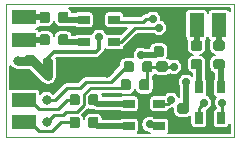
<source format=gbr>
G04 #@! TF.GenerationSoftware,KiCad,Pcbnew,(5.1.5)-2*
G04 #@! TF.CreationDate,2020-03-10T09:13:17+00:00*
G04 #@! TF.ProjectId,loco,6c6f636f-2e6b-4696-9361-645f70636258,rev?*
G04 #@! TF.SameCoordinates,Original*
G04 #@! TF.FileFunction,Copper,L2,Bot*
G04 #@! TF.FilePolarity,Positive*
%FSLAX46Y46*%
G04 Gerber Fmt 4.6, Leading zero omitted, Abs format (unit mm)*
G04 Created by KiCad (PCBNEW (5.1.5)-2) date 2020-03-10 09:13:17*
%MOMM*%
%LPD*%
G04 APERTURE LIST*
%ADD10C,0.050000*%
%ADD11C,0.100000*%
%ADD12R,1.200000X2.000000*%
%ADD13R,2.000000X1.200000*%
%ADD14R,1.000000X0.700000*%
%ADD15R,0.700000X1.000000*%
%ADD16C,0.800000*%
%ADD17C,0.700000*%
%ADD18C,0.800000*%
%ADD19C,0.500000*%
%ADD20C,0.300000*%
%ADD21C,0.250000*%
%ADD22C,0.200000*%
G04 APERTURE END LIST*
D10*
X114046000Y-90805000D02*
X114046000Y-79502000D01*
X133350000Y-90805000D02*
X114046000Y-90805000D01*
X133350000Y-79502000D02*
X133350000Y-90805000D01*
X114046000Y-79502000D02*
X133350000Y-79502000D01*
G04 #@! TA.AperFunction,SMDPad,CuDef*
D11*
G36*
X116355691Y-85441053D02*
G01*
X116376926Y-85444203D01*
X116397750Y-85449419D01*
X116417962Y-85456651D01*
X116437368Y-85465830D01*
X116455781Y-85476866D01*
X116473024Y-85489654D01*
X116488930Y-85504070D01*
X116503346Y-85519976D01*
X116516134Y-85537219D01*
X116527170Y-85555632D01*
X116536349Y-85575038D01*
X116543581Y-85595250D01*
X116548797Y-85616074D01*
X116551947Y-85637309D01*
X116553000Y-85658750D01*
X116553000Y-86096250D01*
X116551947Y-86117691D01*
X116548797Y-86138926D01*
X116543581Y-86159750D01*
X116536349Y-86179962D01*
X116527170Y-86199368D01*
X116516134Y-86217781D01*
X116503346Y-86235024D01*
X116488930Y-86250930D01*
X116473024Y-86265346D01*
X116455781Y-86278134D01*
X116437368Y-86289170D01*
X116417962Y-86298349D01*
X116397750Y-86305581D01*
X116376926Y-86310797D01*
X116355691Y-86313947D01*
X116334250Y-86315000D01*
X115821750Y-86315000D01*
X115800309Y-86313947D01*
X115779074Y-86310797D01*
X115758250Y-86305581D01*
X115738038Y-86298349D01*
X115718632Y-86289170D01*
X115700219Y-86278134D01*
X115682976Y-86265346D01*
X115667070Y-86250930D01*
X115652654Y-86235024D01*
X115639866Y-86217781D01*
X115628830Y-86199368D01*
X115619651Y-86179962D01*
X115612419Y-86159750D01*
X115607203Y-86138926D01*
X115604053Y-86117691D01*
X115603000Y-86096250D01*
X115603000Y-85658750D01*
X115604053Y-85637309D01*
X115607203Y-85616074D01*
X115612419Y-85595250D01*
X115619651Y-85575038D01*
X115628830Y-85555632D01*
X115639866Y-85537219D01*
X115652654Y-85519976D01*
X115667070Y-85504070D01*
X115682976Y-85489654D01*
X115700219Y-85476866D01*
X115718632Y-85465830D01*
X115738038Y-85456651D01*
X115758250Y-85449419D01*
X115779074Y-85444203D01*
X115800309Y-85441053D01*
X115821750Y-85440000D01*
X116334250Y-85440000D01*
X116355691Y-85441053D01*
G37*
G04 #@! TD.AperFunction*
G04 #@! TA.AperFunction,SMDPad,CuDef*
G36*
X116355691Y-83866053D02*
G01*
X116376926Y-83869203D01*
X116397750Y-83874419D01*
X116417962Y-83881651D01*
X116437368Y-83890830D01*
X116455781Y-83901866D01*
X116473024Y-83914654D01*
X116488930Y-83929070D01*
X116503346Y-83944976D01*
X116516134Y-83962219D01*
X116527170Y-83980632D01*
X116536349Y-84000038D01*
X116543581Y-84020250D01*
X116548797Y-84041074D01*
X116551947Y-84062309D01*
X116553000Y-84083750D01*
X116553000Y-84521250D01*
X116551947Y-84542691D01*
X116548797Y-84563926D01*
X116543581Y-84584750D01*
X116536349Y-84604962D01*
X116527170Y-84624368D01*
X116516134Y-84642781D01*
X116503346Y-84660024D01*
X116488930Y-84675930D01*
X116473024Y-84690346D01*
X116455781Y-84703134D01*
X116437368Y-84714170D01*
X116417962Y-84723349D01*
X116397750Y-84730581D01*
X116376926Y-84735797D01*
X116355691Y-84738947D01*
X116334250Y-84740000D01*
X115821750Y-84740000D01*
X115800309Y-84738947D01*
X115779074Y-84735797D01*
X115758250Y-84730581D01*
X115738038Y-84723349D01*
X115718632Y-84714170D01*
X115700219Y-84703134D01*
X115682976Y-84690346D01*
X115667070Y-84675930D01*
X115652654Y-84660024D01*
X115639866Y-84642781D01*
X115628830Y-84624368D01*
X115619651Y-84604962D01*
X115612419Y-84584750D01*
X115607203Y-84563926D01*
X115604053Y-84542691D01*
X115603000Y-84521250D01*
X115603000Y-84083750D01*
X115604053Y-84062309D01*
X115607203Y-84041074D01*
X115612419Y-84020250D01*
X115619651Y-84000038D01*
X115628830Y-83980632D01*
X115639866Y-83962219D01*
X115652654Y-83944976D01*
X115667070Y-83929070D01*
X115682976Y-83914654D01*
X115700219Y-83901866D01*
X115718632Y-83890830D01*
X115738038Y-83881651D01*
X115758250Y-83874419D01*
X115779074Y-83869203D01*
X115800309Y-83866053D01*
X115821750Y-83865000D01*
X116334250Y-83865000D01*
X116355691Y-83866053D01*
G37*
G04 #@! TD.AperFunction*
G04 #@! TA.AperFunction,SMDPad,CuDef*
G36*
X119391691Y-84108053D02*
G01*
X119412926Y-84111203D01*
X119433750Y-84116419D01*
X119453962Y-84123651D01*
X119473368Y-84132830D01*
X119491781Y-84143866D01*
X119509024Y-84156654D01*
X119524930Y-84171070D01*
X119539346Y-84186976D01*
X119552134Y-84204219D01*
X119563170Y-84222632D01*
X119572349Y-84242038D01*
X119579581Y-84262250D01*
X119584797Y-84283074D01*
X119587947Y-84304309D01*
X119589000Y-84325750D01*
X119589000Y-84838250D01*
X119587947Y-84859691D01*
X119584797Y-84880926D01*
X119579581Y-84901750D01*
X119572349Y-84921962D01*
X119563170Y-84941368D01*
X119552134Y-84959781D01*
X119539346Y-84977024D01*
X119524930Y-84992930D01*
X119509024Y-85007346D01*
X119491781Y-85020134D01*
X119473368Y-85031170D01*
X119453962Y-85040349D01*
X119433750Y-85047581D01*
X119412926Y-85052797D01*
X119391691Y-85055947D01*
X119370250Y-85057000D01*
X118932750Y-85057000D01*
X118911309Y-85055947D01*
X118890074Y-85052797D01*
X118869250Y-85047581D01*
X118849038Y-85040349D01*
X118829632Y-85031170D01*
X118811219Y-85020134D01*
X118793976Y-85007346D01*
X118778070Y-84992930D01*
X118763654Y-84977024D01*
X118750866Y-84959781D01*
X118739830Y-84941368D01*
X118730651Y-84921962D01*
X118723419Y-84901750D01*
X118718203Y-84880926D01*
X118715053Y-84859691D01*
X118714000Y-84838250D01*
X118714000Y-84325750D01*
X118715053Y-84304309D01*
X118718203Y-84283074D01*
X118723419Y-84262250D01*
X118730651Y-84242038D01*
X118739830Y-84222632D01*
X118750866Y-84204219D01*
X118763654Y-84186976D01*
X118778070Y-84171070D01*
X118793976Y-84156654D01*
X118811219Y-84143866D01*
X118829632Y-84132830D01*
X118849038Y-84123651D01*
X118869250Y-84116419D01*
X118890074Y-84111203D01*
X118911309Y-84108053D01*
X118932750Y-84107000D01*
X119370250Y-84107000D01*
X119391691Y-84108053D01*
G37*
G04 #@! TD.AperFunction*
G04 #@! TA.AperFunction,SMDPad,CuDef*
G36*
X117816691Y-84108053D02*
G01*
X117837926Y-84111203D01*
X117858750Y-84116419D01*
X117878962Y-84123651D01*
X117898368Y-84132830D01*
X117916781Y-84143866D01*
X117934024Y-84156654D01*
X117949930Y-84171070D01*
X117964346Y-84186976D01*
X117977134Y-84204219D01*
X117988170Y-84222632D01*
X117997349Y-84242038D01*
X118004581Y-84262250D01*
X118009797Y-84283074D01*
X118012947Y-84304309D01*
X118014000Y-84325750D01*
X118014000Y-84838250D01*
X118012947Y-84859691D01*
X118009797Y-84880926D01*
X118004581Y-84901750D01*
X117997349Y-84921962D01*
X117988170Y-84941368D01*
X117977134Y-84959781D01*
X117964346Y-84977024D01*
X117949930Y-84992930D01*
X117934024Y-85007346D01*
X117916781Y-85020134D01*
X117898368Y-85031170D01*
X117878962Y-85040349D01*
X117858750Y-85047581D01*
X117837926Y-85052797D01*
X117816691Y-85055947D01*
X117795250Y-85057000D01*
X117357750Y-85057000D01*
X117336309Y-85055947D01*
X117315074Y-85052797D01*
X117294250Y-85047581D01*
X117274038Y-85040349D01*
X117254632Y-85031170D01*
X117236219Y-85020134D01*
X117218976Y-85007346D01*
X117203070Y-84992930D01*
X117188654Y-84977024D01*
X117175866Y-84959781D01*
X117164830Y-84941368D01*
X117155651Y-84921962D01*
X117148419Y-84901750D01*
X117143203Y-84880926D01*
X117140053Y-84859691D01*
X117139000Y-84838250D01*
X117139000Y-84325750D01*
X117140053Y-84304309D01*
X117143203Y-84283074D01*
X117148419Y-84262250D01*
X117155651Y-84242038D01*
X117164830Y-84222632D01*
X117175866Y-84204219D01*
X117188654Y-84186976D01*
X117203070Y-84171070D01*
X117218976Y-84156654D01*
X117236219Y-84143866D01*
X117254632Y-84132830D01*
X117274038Y-84123651D01*
X117294250Y-84116419D01*
X117315074Y-84111203D01*
X117336309Y-84108053D01*
X117357750Y-84107000D01*
X117795250Y-84107000D01*
X117816691Y-84108053D01*
G37*
G04 #@! TD.AperFunction*
D12*
X130175000Y-81280000D03*
X132080000Y-81280000D03*
D13*
X115570000Y-89535000D03*
X115570000Y-87630000D03*
X115570000Y-82550000D03*
G04 #@! TA.AperFunction,SMDPad,CuDef*
D11*
G36*
X120102691Y-89061053D02*
G01*
X120123926Y-89064203D01*
X120144750Y-89069419D01*
X120164962Y-89076651D01*
X120184368Y-89085830D01*
X120202781Y-89096866D01*
X120220024Y-89109654D01*
X120235930Y-89124070D01*
X120250346Y-89139976D01*
X120263134Y-89157219D01*
X120274170Y-89175632D01*
X120283349Y-89195038D01*
X120290581Y-89215250D01*
X120295797Y-89236074D01*
X120298947Y-89257309D01*
X120300000Y-89278750D01*
X120300000Y-89791250D01*
X120298947Y-89812691D01*
X120295797Y-89833926D01*
X120290581Y-89854750D01*
X120283349Y-89874962D01*
X120274170Y-89894368D01*
X120263134Y-89912781D01*
X120250346Y-89930024D01*
X120235930Y-89945930D01*
X120220024Y-89960346D01*
X120202781Y-89973134D01*
X120184368Y-89984170D01*
X120164962Y-89993349D01*
X120144750Y-90000581D01*
X120123926Y-90005797D01*
X120102691Y-90008947D01*
X120081250Y-90010000D01*
X119643750Y-90010000D01*
X119622309Y-90008947D01*
X119601074Y-90005797D01*
X119580250Y-90000581D01*
X119560038Y-89993349D01*
X119540632Y-89984170D01*
X119522219Y-89973134D01*
X119504976Y-89960346D01*
X119489070Y-89945930D01*
X119474654Y-89930024D01*
X119461866Y-89912781D01*
X119450830Y-89894368D01*
X119441651Y-89874962D01*
X119434419Y-89854750D01*
X119429203Y-89833926D01*
X119426053Y-89812691D01*
X119425000Y-89791250D01*
X119425000Y-89278750D01*
X119426053Y-89257309D01*
X119429203Y-89236074D01*
X119434419Y-89215250D01*
X119441651Y-89195038D01*
X119450830Y-89175632D01*
X119461866Y-89157219D01*
X119474654Y-89139976D01*
X119489070Y-89124070D01*
X119504976Y-89109654D01*
X119522219Y-89096866D01*
X119540632Y-89085830D01*
X119560038Y-89076651D01*
X119580250Y-89069419D01*
X119601074Y-89064203D01*
X119622309Y-89061053D01*
X119643750Y-89060000D01*
X120081250Y-89060000D01*
X120102691Y-89061053D01*
G37*
G04 #@! TD.AperFunction*
G04 #@! TA.AperFunction,SMDPad,CuDef*
G36*
X121677691Y-89061053D02*
G01*
X121698926Y-89064203D01*
X121719750Y-89069419D01*
X121739962Y-89076651D01*
X121759368Y-89085830D01*
X121777781Y-89096866D01*
X121795024Y-89109654D01*
X121810930Y-89124070D01*
X121825346Y-89139976D01*
X121838134Y-89157219D01*
X121849170Y-89175632D01*
X121858349Y-89195038D01*
X121865581Y-89215250D01*
X121870797Y-89236074D01*
X121873947Y-89257309D01*
X121875000Y-89278750D01*
X121875000Y-89791250D01*
X121873947Y-89812691D01*
X121870797Y-89833926D01*
X121865581Y-89854750D01*
X121858349Y-89874962D01*
X121849170Y-89894368D01*
X121838134Y-89912781D01*
X121825346Y-89930024D01*
X121810930Y-89945930D01*
X121795024Y-89960346D01*
X121777781Y-89973134D01*
X121759368Y-89984170D01*
X121739962Y-89993349D01*
X121719750Y-90000581D01*
X121698926Y-90005797D01*
X121677691Y-90008947D01*
X121656250Y-90010000D01*
X121218750Y-90010000D01*
X121197309Y-90008947D01*
X121176074Y-90005797D01*
X121155250Y-90000581D01*
X121135038Y-89993349D01*
X121115632Y-89984170D01*
X121097219Y-89973134D01*
X121079976Y-89960346D01*
X121064070Y-89945930D01*
X121049654Y-89930024D01*
X121036866Y-89912781D01*
X121025830Y-89894368D01*
X121016651Y-89874962D01*
X121009419Y-89854750D01*
X121004203Y-89833926D01*
X121001053Y-89812691D01*
X121000000Y-89791250D01*
X121000000Y-89278750D01*
X121001053Y-89257309D01*
X121004203Y-89236074D01*
X121009419Y-89215250D01*
X121016651Y-89195038D01*
X121025830Y-89175632D01*
X121036866Y-89157219D01*
X121049654Y-89139976D01*
X121064070Y-89124070D01*
X121079976Y-89109654D01*
X121097219Y-89096866D01*
X121115632Y-89085830D01*
X121135038Y-89076651D01*
X121155250Y-89069419D01*
X121176074Y-89064203D01*
X121197309Y-89061053D01*
X121218750Y-89060000D01*
X121656250Y-89060000D01*
X121677691Y-89061053D01*
G37*
G04 #@! TD.AperFunction*
G04 #@! TA.AperFunction,SMDPad,CuDef*
G36*
X120102691Y-87156053D02*
G01*
X120123926Y-87159203D01*
X120144750Y-87164419D01*
X120164962Y-87171651D01*
X120184368Y-87180830D01*
X120202781Y-87191866D01*
X120220024Y-87204654D01*
X120235930Y-87219070D01*
X120250346Y-87234976D01*
X120263134Y-87252219D01*
X120274170Y-87270632D01*
X120283349Y-87290038D01*
X120290581Y-87310250D01*
X120295797Y-87331074D01*
X120298947Y-87352309D01*
X120300000Y-87373750D01*
X120300000Y-87886250D01*
X120298947Y-87907691D01*
X120295797Y-87928926D01*
X120290581Y-87949750D01*
X120283349Y-87969962D01*
X120274170Y-87989368D01*
X120263134Y-88007781D01*
X120250346Y-88025024D01*
X120235930Y-88040930D01*
X120220024Y-88055346D01*
X120202781Y-88068134D01*
X120184368Y-88079170D01*
X120164962Y-88088349D01*
X120144750Y-88095581D01*
X120123926Y-88100797D01*
X120102691Y-88103947D01*
X120081250Y-88105000D01*
X119643750Y-88105000D01*
X119622309Y-88103947D01*
X119601074Y-88100797D01*
X119580250Y-88095581D01*
X119560038Y-88088349D01*
X119540632Y-88079170D01*
X119522219Y-88068134D01*
X119504976Y-88055346D01*
X119489070Y-88040930D01*
X119474654Y-88025024D01*
X119461866Y-88007781D01*
X119450830Y-87989368D01*
X119441651Y-87969962D01*
X119434419Y-87949750D01*
X119429203Y-87928926D01*
X119426053Y-87907691D01*
X119425000Y-87886250D01*
X119425000Y-87373750D01*
X119426053Y-87352309D01*
X119429203Y-87331074D01*
X119434419Y-87310250D01*
X119441651Y-87290038D01*
X119450830Y-87270632D01*
X119461866Y-87252219D01*
X119474654Y-87234976D01*
X119489070Y-87219070D01*
X119504976Y-87204654D01*
X119522219Y-87191866D01*
X119540632Y-87180830D01*
X119560038Y-87171651D01*
X119580250Y-87164419D01*
X119601074Y-87159203D01*
X119622309Y-87156053D01*
X119643750Y-87155000D01*
X120081250Y-87155000D01*
X120102691Y-87156053D01*
G37*
G04 #@! TD.AperFunction*
G04 #@! TA.AperFunction,SMDPad,CuDef*
G36*
X121677691Y-87156053D02*
G01*
X121698926Y-87159203D01*
X121719750Y-87164419D01*
X121739962Y-87171651D01*
X121759368Y-87180830D01*
X121777781Y-87191866D01*
X121795024Y-87204654D01*
X121810930Y-87219070D01*
X121825346Y-87234976D01*
X121838134Y-87252219D01*
X121849170Y-87270632D01*
X121858349Y-87290038D01*
X121865581Y-87310250D01*
X121870797Y-87331074D01*
X121873947Y-87352309D01*
X121875000Y-87373750D01*
X121875000Y-87886250D01*
X121873947Y-87907691D01*
X121870797Y-87928926D01*
X121865581Y-87949750D01*
X121858349Y-87969962D01*
X121849170Y-87989368D01*
X121838134Y-88007781D01*
X121825346Y-88025024D01*
X121810930Y-88040930D01*
X121795024Y-88055346D01*
X121777781Y-88068134D01*
X121759368Y-88079170D01*
X121739962Y-88088349D01*
X121719750Y-88095581D01*
X121698926Y-88100797D01*
X121677691Y-88103947D01*
X121656250Y-88105000D01*
X121218750Y-88105000D01*
X121197309Y-88103947D01*
X121176074Y-88100797D01*
X121155250Y-88095581D01*
X121135038Y-88088349D01*
X121115632Y-88079170D01*
X121097219Y-88068134D01*
X121079976Y-88055346D01*
X121064070Y-88040930D01*
X121049654Y-88025024D01*
X121036866Y-88007781D01*
X121025830Y-87989368D01*
X121016651Y-87969962D01*
X121009419Y-87949750D01*
X121004203Y-87928926D01*
X121001053Y-87907691D01*
X121000000Y-87886250D01*
X121000000Y-87373750D01*
X121001053Y-87352309D01*
X121004203Y-87331074D01*
X121009419Y-87310250D01*
X121016651Y-87290038D01*
X121025830Y-87270632D01*
X121036866Y-87252219D01*
X121049654Y-87234976D01*
X121064070Y-87219070D01*
X121079976Y-87204654D01*
X121097219Y-87191866D01*
X121115632Y-87180830D01*
X121135038Y-87171651D01*
X121155250Y-87164419D01*
X121176074Y-87159203D01*
X121197309Y-87156053D01*
X121218750Y-87155000D01*
X121656250Y-87155000D01*
X121677691Y-87156053D01*
G37*
G04 #@! TD.AperFunction*
D14*
X124430000Y-88900000D03*
X124430000Y-87950000D03*
X124430000Y-89850000D03*
X127030000Y-89850000D03*
X127030000Y-88900000D03*
X127030000Y-87950000D03*
D13*
X115570000Y-80645000D03*
G04 #@! TA.AperFunction,SMDPad,CuDef*
D11*
G36*
X130452691Y-82596053D02*
G01*
X130473926Y-82599203D01*
X130494750Y-82604419D01*
X130514962Y-82611651D01*
X130534368Y-82620830D01*
X130552781Y-82631866D01*
X130570024Y-82644654D01*
X130585930Y-82659070D01*
X130600346Y-82674976D01*
X130613134Y-82692219D01*
X130624170Y-82710632D01*
X130633349Y-82730038D01*
X130640581Y-82750250D01*
X130645797Y-82771074D01*
X130648947Y-82792309D01*
X130650000Y-82813750D01*
X130650000Y-83251250D01*
X130648947Y-83272691D01*
X130645797Y-83293926D01*
X130640581Y-83314750D01*
X130633349Y-83334962D01*
X130624170Y-83354368D01*
X130613134Y-83372781D01*
X130600346Y-83390024D01*
X130585930Y-83405930D01*
X130570024Y-83420346D01*
X130552781Y-83433134D01*
X130534368Y-83444170D01*
X130514962Y-83453349D01*
X130494750Y-83460581D01*
X130473926Y-83465797D01*
X130452691Y-83468947D01*
X130431250Y-83470000D01*
X129918750Y-83470000D01*
X129897309Y-83468947D01*
X129876074Y-83465797D01*
X129855250Y-83460581D01*
X129835038Y-83453349D01*
X129815632Y-83444170D01*
X129797219Y-83433134D01*
X129779976Y-83420346D01*
X129764070Y-83405930D01*
X129749654Y-83390024D01*
X129736866Y-83372781D01*
X129725830Y-83354368D01*
X129716651Y-83334962D01*
X129709419Y-83314750D01*
X129704203Y-83293926D01*
X129701053Y-83272691D01*
X129700000Y-83251250D01*
X129700000Y-82813750D01*
X129701053Y-82792309D01*
X129704203Y-82771074D01*
X129709419Y-82750250D01*
X129716651Y-82730038D01*
X129725830Y-82710632D01*
X129736866Y-82692219D01*
X129749654Y-82674976D01*
X129764070Y-82659070D01*
X129779976Y-82644654D01*
X129797219Y-82631866D01*
X129815632Y-82620830D01*
X129835038Y-82611651D01*
X129855250Y-82604419D01*
X129876074Y-82599203D01*
X129897309Y-82596053D01*
X129918750Y-82595000D01*
X130431250Y-82595000D01*
X130452691Y-82596053D01*
G37*
G04 #@! TD.AperFunction*
G04 #@! TA.AperFunction,SMDPad,CuDef*
G36*
X130452691Y-84171053D02*
G01*
X130473926Y-84174203D01*
X130494750Y-84179419D01*
X130514962Y-84186651D01*
X130534368Y-84195830D01*
X130552781Y-84206866D01*
X130570024Y-84219654D01*
X130585930Y-84234070D01*
X130600346Y-84249976D01*
X130613134Y-84267219D01*
X130624170Y-84285632D01*
X130633349Y-84305038D01*
X130640581Y-84325250D01*
X130645797Y-84346074D01*
X130648947Y-84367309D01*
X130650000Y-84388750D01*
X130650000Y-84826250D01*
X130648947Y-84847691D01*
X130645797Y-84868926D01*
X130640581Y-84889750D01*
X130633349Y-84909962D01*
X130624170Y-84929368D01*
X130613134Y-84947781D01*
X130600346Y-84965024D01*
X130585930Y-84980930D01*
X130570024Y-84995346D01*
X130552781Y-85008134D01*
X130534368Y-85019170D01*
X130514962Y-85028349D01*
X130494750Y-85035581D01*
X130473926Y-85040797D01*
X130452691Y-85043947D01*
X130431250Y-85045000D01*
X129918750Y-85045000D01*
X129897309Y-85043947D01*
X129876074Y-85040797D01*
X129855250Y-85035581D01*
X129835038Y-85028349D01*
X129815632Y-85019170D01*
X129797219Y-85008134D01*
X129779976Y-84995346D01*
X129764070Y-84980930D01*
X129749654Y-84965024D01*
X129736866Y-84947781D01*
X129725830Y-84929368D01*
X129716651Y-84909962D01*
X129709419Y-84889750D01*
X129704203Y-84868926D01*
X129701053Y-84847691D01*
X129700000Y-84826250D01*
X129700000Y-84388750D01*
X129701053Y-84367309D01*
X129704203Y-84346074D01*
X129709419Y-84325250D01*
X129716651Y-84305038D01*
X129725830Y-84285632D01*
X129736866Y-84267219D01*
X129749654Y-84249976D01*
X129764070Y-84234070D01*
X129779976Y-84219654D01*
X129797219Y-84206866D01*
X129815632Y-84195830D01*
X129835038Y-84186651D01*
X129855250Y-84179419D01*
X129876074Y-84174203D01*
X129897309Y-84171053D01*
X129918750Y-84170000D01*
X130431250Y-84170000D01*
X130452691Y-84171053D01*
G37*
G04 #@! TD.AperFunction*
G04 #@! TA.AperFunction,SMDPad,CuDef*
G36*
X132357691Y-82596053D02*
G01*
X132378926Y-82599203D01*
X132399750Y-82604419D01*
X132419962Y-82611651D01*
X132439368Y-82620830D01*
X132457781Y-82631866D01*
X132475024Y-82644654D01*
X132490930Y-82659070D01*
X132505346Y-82674976D01*
X132518134Y-82692219D01*
X132529170Y-82710632D01*
X132538349Y-82730038D01*
X132545581Y-82750250D01*
X132550797Y-82771074D01*
X132553947Y-82792309D01*
X132555000Y-82813750D01*
X132555000Y-83251250D01*
X132553947Y-83272691D01*
X132550797Y-83293926D01*
X132545581Y-83314750D01*
X132538349Y-83334962D01*
X132529170Y-83354368D01*
X132518134Y-83372781D01*
X132505346Y-83390024D01*
X132490930Y-83405930D01*
X132475024Y-83420346D01*
X132457781Y-83433134D01*
X132439368Y-83444170D01*
X132419962Y-83453349D01*
X132399750Y-83460581D01*
X132378926Y-83465797D01*
X132357691Y-83468947D01*
X132336250Y-83470000D01*
X131823750Y-83470000D01*
X131802309Y-83468947D01*
X131781074Y-83465797D01*
X131760250Y-83460581D01*
X131740038Y-83453349D01*
X131720632Y-83444170D01*
X131702219Y-83433134D01*
X131684976Y-83420346D01*
X131669070Y-83405930D01*
X131654654Y-83390024D01*
X131641866Y-83372781D01*
X131630830Y-83354368D01*
X131621651Y-83334962D01*
X131614419Y-83314750D01*
X131609203Y-83293926D01*
X131606053Y-83272691D01*
X131605000Y-83251250D01*
X131605000Y-82813750D01*
X131606053Y-82792309D01*
X131609203Y-82771074D01*
X131614419Y-82750250D01*
X131621651Y-82730038D01*
X131630830Y-82710632D01*
X131641866Y-82692219D01*
X131654654Y-82674976D01*
X131669070Y-82659070D01*
X131684976Y-82644654D01*
X131702219Y-82631866D01*
X131720632Y-82620830D01*
X131740038Y-82611651D01*
X131760250Y-82604419D01*
X131781074Y-82599203D01*
X131802309Y-82596053D01*
X131823750Y-82595000D01*
X132336250Y-82595000D01*
X132357691Y-82596053D01*
G37*
G04 #@! TD.AperFunction*
G04 #@! TA.AperFunction,SMDPad,CuDef*
G36*
X132357691Y-84171053D02*
G01*
X132378926Y-84174203D01*
X132399750Y-84179419D01*
X132419962Y-84186651D01*
X132439368Y-84195830D01*
X132457781Y-84206866D01*
X132475024Y-84219654D01*
X132490930Y-84234070D01*
X132505346Y-84249976D01*
X132518134Y-84267219D01*
X132529170Y-84285632D01*
X132538349Y-84305038D01*
X132545581Y-84325250D01*
X132550797Y-84346074D01*
X132553947Y-84367309D01*
X132555000Y-84388750D01*
X132555000Y-84826250D01*
X132553947Y-84847691D01*
X132550797Y-84868926D01*
X132545581Y-84889750D01*
X132538349Y-84909962D01*
X132529170Y-84929368D01*
X132518134Y-84947781D01*
X132505346Y-84965024D01*
X132490930Y-84980930D01*
X132475024Y-84995346D01*
X132457781Y-85008134D01*
X132439368Y-85019170D01*
X132419962Y-85028349D01*
X132399750Y-85035581D01*
X132378926Y-85040797D01*
X132357691Y-85043947D01*
X132336250Y-85045000D01*
X131823750Y-85045000D01*
X131802309Y-85043947D01*
X131781074Y-85040797D01*
X131760250Y-85035581D01*
X131740038Y-85028349D01*
X131720632Y-85019170D01*
X131702219Y-85008134D01*
X131684976Y-84995346D01*
X131669070Y-84980930D01*
X131654654Y-84965024D01*
X131641866Y-84947781D01*
X131630830Y-84929368D01*
X131621651Y-84909962D01*
X131614419Y-84889750D01*
X131609203Y-84868926D01*
X131606053Y-84847691D01*
X131605000Y-84826250D01*
X131605000Y-84388750D01*
X131606053Y-84367309D01*
X131609203Y-84346074D01*
X131614419Y-84325250D01*
X131621651Y-84305038D01*
X131630830Y-84285632D01*
X131641866Y-84267219D01*
X131654654Y-84249976D01*
X131669070Y-84234070D01*
X131684976Y-84219654D01*
X131702219Y-84206866D01*
X131720632Y-84195830D01*
X131740038Y-84186651D01*
X131760250Y-84179419D01*
X131781074Y-84174203D01*
X131802309Y-84171053D01*
X131823750Y-84170000D01*
X132336250Y-84170000D01*
X132357691Y-84171053D01*
G37*
G04 #@! TD.AperFunction*
D15*
X131318000Y-86584000D03*
X132268000Y-86584000D03*
X130368000Y-86584000D03*
X130368000Y-89184000D03*
X131318000Y-89184000D03*
X132268000Y-89184000D03*
G04 #@! TA.AperFunction,SMDPad,CuDef*
D11*
G36*
X117562691Y-82076053D02*
G01*
X117583926Y-82079203D01*
X117604750Y-82084419D01*
X117624962Y-82091651D01*
X117644368Y-82100830D01*
X117662781Y-82111866D01*
X117680024Y-82124654D01*
X117695930Y-82139070D01*
X117710346Y-82154976D01*
X117723134Y-82172219D01*
X117734170Y-82190632D01*
X117743349Y-82210038D01*
X117750581Y-82230250D01*
X117755797Y-82251074D01*
X117758947Y-82272309D01*
X117760000Y-82293750D01*
X117760000Y-82806250D01*
X117758947Y-82827691D01*
X117755797Y-82848926D01*
X117750581Y-82869750D01*
X117743349Y-82889962D01*
X117734170Y-82909368D01*
X117723134Y-82927781D01*
X117710346Y-82945024D01*
X117695930Y-82960930D01*
X117680024Y-82975346D01*
X117662781Y-82988134D01*
X117644368Y-82999170D01*
X117624962Y-83008349D01*
X117604750Y-83015581D01*
X117583926Y-83020797D01*
X117562691Y-83023947D01*
X117541250Y-83025000D01*
X117103750Y-83025000D01*
X117082309Y-83023947D01*
X117061074Y-83020797D01*
X117040250Y-83015581D01*
X117020038Y-83008349D01*
X117000632Y-82999170D01*
X116982219Y-82988134D01*
X116964976Y-82975346D01*
X116949070Y-82960930D01*
X116934654Y-82945024D01*
X116921866Y-82927781D01*
X116910830Y-82909368D01*
X116901651Y-82889962D01*
X116894419Y-82869750D01*
X116889203Y-82848926D01*
X116886053Y-82827691D01*
X116885000Y-82806250D01*
X116885000Y-82293750D01*
X116886053Y-82272309D01*
X116889203Y-82251074D01*
X116894419Y-82230250D01*
X116901651Y-82210038D01*
X116910830Y-82190632D01*
X116921866Y-82172219D01*
X116934654Y-82154976D01*
X116949070Y-82139070D01*
X116964976Y-82124654D01*
X116982219Y-82111866D01*
X117000632Y-82100830D01*
X117020038Y-82091651D01*
X117040250Y-82084419D01*
X117061074Y-82079203D01*
X117082309Y-82076053D01*
X117103750Y-82075000D01*
X117541250Y-82075000D01*
X117562691Y-82076053D01*
G37*
G04 #@! TD.AperFunction*
G04 #@! TA.AperFunction,SMDPad,CuDef*
G36*
X119137691Y-82076053D02*
G01*
X119158926Y-82079203D01*
X119179750Y-82084419D01*
X119199962Y-82091651D01*
X119219368Y-82100830D01*
X119237781Y-82111866D01*
X119255024Y-82124654D01*
X119270930Y-82139070D01*
X119285346Y-82154976D01*
X119298134Y-82172219D01*
X119309170Y-82190632D01*
X119318349Y-82210038D01*
X119325581Y-82230250D01*
X119330797Y-82251074D01*
X119333947Y-82272309D01*
X119335000Y-82293750D01*
X119335000Y-82806250D01*
X119333947Y-82827691D01*
X119330797Y-82848926D01*
X119325581Y-82869750D01*
X119318349Y-82889962D01*
X119309170Y-82909368D01*
X119298134Y-82927781D01*
X119285346Y-82945024D01*
X119270930Y-82960930D01*
X119255024Y-82975346D01*
X119237781Y-82988134D01*
X119219368Y-82999170D01*
X119199962Y-83008349D01*
X119179750Y-83015581D01*
X119158926Y-83020797D01*
X119137691Y-83023947D01*
X119116250Y-83025000D01*
X118678750Y-83025000D01*
X118657309Y-83023947D01*
X118636074Y-83020797D01*
X118615250Y-83015581D01*
X118595038Y-83008349D01*
X118575632Y-82999170D01*
X118557219Y-82988134D01*
X118539976Y-82975346D01*
X118524070Y-82960930D01*
X118509654Y-82945024D01*
X118496866Y-82927781D01*
X118485830Y-82909368D01*
X118476651Y-82889962D01*
X118469419Y-82869750D01*
X118464203Y-82848926D01*
X118461053Y-82827691D01*
X118460000Y-82806250D01*
X118460000Y-82293750D01*
X118461053Y-82272309D01*
X118464203Y-82251074D01*
X118469419Y-82230250D01*
X118476651Y-82210038D01*
X118485830Y-82190632D01*
X118496866Y-82172219D01*
X118509654Y-82154976D01*
X118524070Y-82139070D01*
X118539976Y-82124654D01*
X118557219Y-82111866D01*
X118575632Y-82100830D01*
X118595038Y-82091651D01*
X118615250Y-82084419D01*
X118636074Y-82079203D01*
X118657309Y-82076053D01*
X118678750Y-82075000D01*
X119116250Y-82075000D01*
X119137691Y-82076053D01*
G37*
G04 #@! TD.AperFunction*
G04 #@! TA.AperFunction,SMDPad,CuDef*
G36*
X117562691Y-80171053D02*
G01*
X117583926Y-80174203D01*
X117604750Y-80179419D01*
X117624962Y-80186651D01*
X117644368Y-80195830D01*
X117662781Y-80206866D01*
X117680024Y-80219654D01*
X117695930Y-80234070D01*
X117710346Y-80249976D01*
X117723134Y-80267219D01*
X117734170Y-80285632D01*
X117743349Y-80305038D01*
X117750581Y-80325250D01*
X117755797Y-80346074D01*
X117758947Y-80367309D01*
X117760000Y-80388750D01*
X117760000Y-80901250D01*
X117758947Y-80922691D01*
X117755797Y-80943926D01*
X117750581Y-80964750D01*
X117743349Y-80984962D01*
X117734170Y-81004368D01*
X117723134Y-81022781D01*
X117710346Y-81040024D01*
X117695930Y-81055930D01*
X117680024Y-81070346D01*
X117662781Y-81083134D01*
X117644368Y-81094170D01*
X117624962Y-81103349D01*
X117604750Y-81110581D01*
X117583926Y-81115797D01*
X117562691Y-81118947D01*
X117541250Y-81120000D01*
X117103750Y-81120000D01*
X117082309Y-81118947D01*
X117061074Y-81115797D01*
X117040250Y-81110581D01*
X117020038Y-81103349D01*
X117000632Y-81094170D01*
X116982219Y-81083134D01*
X116964976Y-81070346D01*
X116949070Y-81055930D01*
X116934654Y-81040024D01*
X116921866Y-81022781D01*
X116910830Y-81004368D01*
X116901651Y-80984962D01*
X116894419Y-80964750D01*
X116889203Y-80943926D01*
X116886053Y-80922691D01*
X116885000Y-80901250D01*
X116885000Y-80388750D01*
X116886053Y-80367309D01*
X116889203Y-80346074D01*
X116894419Y-80325250D01*
X116901651Y-80305038D01*
X116910830Y-80285632D01*
X116921866Y-80267219D01*
X116934654Y-80249976D01*
X116949070Y-80234070D01*
X116964976Y-80219654D01*
X116982219Y-80206866D01*
X117000632Y-80195830D01*
X117020038Y-80186651D01*
X117040250Y-80179419D01*
X117061074Y-80174203D01*
X117082309Y-80171053D01*
X117103750Y-80170000D01*
X117541250Y-80170000D01*
X117562691Y-80171053D01*
G37*
G04 #@! TD.AperFunction*
G04 #@! TA.AperFunction,SMDPad,CuDef*
G36*
X119137691Y-80171053D02*
G01*
X119158926Y-80174203D01*
X119179750Y-80179419D01*
X119199962Y-80186651D01*
X119219368Y-80195830D01*
X119237781Y-80206866D01*
X119255024Y-80219654D01*
X119270930Y-80234070D01*
X119285346Y-80249976D01*
X119298134Y-80267219D01*
X119309170Y-80285632D01*
X119318349Y-80305038D01*
X119325581Y-80325250D01*
X119330797Y-80346074D01*
X119333947Y-80367309D01*
X119335000Y-80388750D01*
X119335000Y-80901250D01*
X119333947Y-80922691D01*
X119330797Y-80943926D01*
X119325581Y-80964750D01*
X119318349Y-80984962D01*
X119309170Y-81004368D01*
X119298134Y-81022781D01*
X119285346Y-81040024D01*
X119270930Y-81055930D01*
X119255024Y-81070346D01*
X119237781Y-81083134D01*
X119219368Y-81094170D01*
X119199962Y-81103349D01*
X119179750Y-81110581D01*
X119158926Y-81115797D01*
X119137691Y-81118947D01*
X119116250Y-81120000D01*
X118678750Y-81120000D01*
X118657309Y-81118947D01*
X118636074Y-81115797D01*
X118615250Y-81110581D01*
X118595038Y-81103349D01*
X118575632Y-81094170D01*
X118557219Y-81083134D01*
X118539976Y-81070346D01*
X118524070Y-81055930D01*
X118509654Y-81040024D01*
X118496866Y-81022781D01*
X118485830Y-81004368D01*
X118476651Y-80984962D01*
X118469419Y-80964750D01*
X118464203Y-80943926D01*
X118461053Y-80922691D01*
X118460000Y-80901250D01*
X118460000Y-80388750D01*
X118461053Y-80367309D01*
X118464203Y-80346074D01*
X118469419Y-80325250D01*
X118476651Y-80305038D01*
X118485830Y-80285632D01*
X118496866Y-80267219D01*
X118509654Y-80249976D01*
X118524070Y-80234070D01*
X118539976Y-80219654D01*
X118557219Y-80206866D01*
X118575632Y-80195830D01*
X118595038Y-80186651D01*
X118615250Y-80179419D01*
X118636074Y-80174203D01*
X118657309Y-80171053D01*
X118678750Y-80170000D01*
X119116250Y-80170000D01*
X119137691Y-80171053D01*
G37*
G04 #@! TD.AperFunction*
D14*
X120620000Y-81788000D03*
X120620000Y-80838000D03*
X120620000Y-82738000D03*
X123220000Y-82738000D03*
X123220000Y-81788000D03*
X123220000Y-80838000D03*
G04 #@! TA.AperFunction,SMDPad,CuDef*
D11*
G36*
X125995691Y-85886053D02*
G01*
X126016926Y-85889203D01*
X126037750Y-85894419D01*
X126057962Y-85901651D01*
X126077368Y-85910830D01*
X126095781Y-85921866D01*
X126113024Y-85934654D01*
X126128930Y-85949070D01*
X126143346Y-85964976D01*
X126156134Y-85982219D01*
X126167170Y-86000632D01*
X126176349Y-86020038D01*
X126183581Y-86040250D01*
X126188797Y-86061074D01*
X126191947Y-86082309D01*
X126193000Y-86103750D01*
X126193000Y-86616250D01*
X126191947Y-86637691D01*
X126188797Y-86658926D01*
X126183581Y-86679750D01*
X126176349Y-86699962D01*
X126167170Y-86719368D01*
X126156134Y-86737781D01*
X126143346Y-86755024D01*
X126128930Y-86770930D01*
X126113024Y-86785346D01*
X126095781Y-86798134D01*
X126077368Y-86809170D01*
X126057962Y-86818349D01*
X126037750Y-86825581D01*
X126016926Y-86830797D01*
X125995691Y-86833947D01*
X125974250Y-86835000D01*
X125536750Y-86835000D01*
X125515309Y-86833947D01*
X125494074Y-86830797D01*
X125473250Y-86825581D01*
X125453038Y-86818349D01*
X125433632Y-86809170D01*
X125415219Y-86798134D01*
X125397976Y-86785346D01*
X125382070Y-86770930D01*
X125367654Y-86755024D01*
X125354866Y-86737781D01*
X125343830Y-86719368D01*
X125334651Y-86699962D01*
X125327419Y-86679750D01*
X125322203Y-86658926D01*
X125319053Y-86637691D01*
X125318000Y-86616250D01*
X125318000Y-86103750D01*
X125319053Y-86082309D01*
X125322203Y-86061074D01*
X125327419Y-86040250D01*
X125334651Y-86020038D01*
X125343830Y-86000632D01*
X125354866Y-85982219D01*
X125367654Y-85964976D01*
X125382070Y-85949070D01*
X125397976Y-85934654D01*
X125415219Y-85921866D01*
X125433632Y-85910830D01*
X125453038Y-85901651D01*
X125473250Y-85894419D01*
X125494074Y-85889203D01*
X125515309Y-85886053D01*
X125536750Y-85885000D01*
X125974250Y-85885000D01*
X125995691Y-85886053D01*
G37*
G04 #@! TD.AperFunction*
G04 #@! TA.AperFunction,SMDPad,CuDef*
G36*
X124420691Y-85886053D02*
G01*
X124441926Y-85889203D01*
X124462750Y-85894419D01*
X124482962Y-85901651D01*
X124502368Y-85910830D01*
X124520781Y-85921866D01*
X124538024Y-85934654D01*
X124553930Y-85949070D01*
X124568346Y-85964976D01*
X124581134Y-85982219D01*
X124592170Y-86000632D01*
X124601349Y-86020038D01*
X124608581Y-86040250D01*
X124613797Y-86061074D01*
X124616947Y-86082309D01*
X124618000Y-86103750D01*
X124618000Y-86616250D01*
X124616947Y-86637691D01*
X124613797Y-86658926D01*
X124608581Y-86679750D01*
X124601349Y-86699962D01*
X124592170Y-86719368D01*
X124581134Y-86737781D01*
X124568346Y-86755024D01*
X124553930Y-86770930D01*
X124538024Y-86785346D01*
X124520781Y-86798134D01*
X124502368Y-86809170D01*
X124482962Y-86818349D01*
X124462750Y-86825581D01*
X124441926Y-86830797D01*
X124420691Y-86833947D01*
X124399250Y-86835000D01*
X123961750Y-86835000D01*
X123940309Y-86833947D01*
X123919074Y-86830797D01*
X123898250Y-86825581D01*
X123878038Y-86818349D01*
X123858632Y-86809170D01*
X123840219Y-86798134D01*
X123822976Y-86785346D01*
X123807070Y-86770930D01*
X123792654Y-86755024D01*
X123779866Y-86737781D01*
X123768830Y-86719368D01*
X123759651Y-86699962D01*
X123752419Y-86679750D01*
X123747203Y-86658926D01*
X123744053Y-86637691D01*
X123743000Y-86616250D01*
X123743000Y-86103750D01*
X123744053Y-86082309D01*
X123747203Y-86061074D01*
X123752419Y-86040250D01*
X123759651Y-86020038D01*
X123768830Y-86000632D01*
X123779866Y-85982219D01*
X123792654Y-85964976D01*
X123807070Y-85949070D01*
X123822976Y-85934654D01*
X123840219Y-85921866D01*
X123858632Y-85910830D01*
X123878038Y-85901651D01*
X123898250Y-85894419D01*
X123919074Y-85889203D01*
X123940309Y-85886053D01*
X123961750Y-85885000D01*
X124399250Y-85885000D01*
X124420691Y-85886053D01*
G37*
G04 #@! TD.AperFunction*
G04 #@! TA.AperFunction,SMDPad,CuDef*
G36*
X126249691Y-84362053D02*
G01*
X126270926Y-84365203D01*
X126291750Y-84370419D01*
X126311962Y-84377651D01*
X126331368Y-84386830D01*
X126349781Y-84397866D01*
X126367024Y-84410654D01*
X126382930Y-84425070D01*
X126397346Y-84440976D01*
X126410134Y-84458219D01*
X126421170Y-84476632D01*
X126430349Y-84496038D01*
X126437581Y-84516250D01*
X126442797Y-84537074D01*
X126445947Y-84558309D01*
X126447000Y-84579750D01*
X126447000Y-85092250D01*
X126445947Y-85113691D01*
X126442797Y-85134926D01*
X126437581Y-85155750D01*
X126430349Y-85175962D01*
X126421170Y-85195368D01*
X126410134Y-85213781D01*
X126397346Y-85231024D01*
X126382930Y-85246930D01*
X126367024Y-85261346D01*
X126349781Y-85274134D01*
X126331368Y-85285170D01*
X126311962Y-85294349D01*
X126291750Y-85301581D01*
X126270926Y-85306797D01*
X126249691Y-85309947D01*
X126228250Y-85311000D01*
X125790750Y-85311000D01*
X125769309Y-85309947D01*
X125748074Y-85306797D01*
X125727250Y-85301581D01*
X125707038Y-85294349D01*
X125687632Y-85285170D01*
X125669219Y-85274134D01*
X125651976Y-85261346D01*
X125636070Y-85246930D01*
X125621654Y-85231024D01*
X125608866Y-85213781D01*
X125597830Y-85195368D01*
X125588651Y-85175962D01*
X125581419Y-85155750D01*
X125576203Y-85134926D01*
X125573053Y-85113691D01*
X125572000Y-85092250D01*
X125572000Y-84579750D01*
X125573053Y-84558309D01*
X125576203Y-84537074D01*
X125581419Y-84516250D01*
X125588651Y-84496038D01*
X125597830Y-84476632D01*
X125608866Y-84458219D01*
X125621654Y-84440976D01*
X125636070Y-84425070D01*
X125651976Y-84410654D01*
X125669219Y-84397866D01*
X125687632Y-84386830D01*
X125707038Y-84377651D01*
X125727250Y-84370419D01*
X125748074Y-84365203D01*
X125769309Y-84362053D01*
X125790750Y-84361000D01*
X126228250Y-84361000D01*
X126249691Y-84362053D01*
G37*
G04 #@! TD.AperFunction*
G04 #@! TA.AperFunction,SMDPad,CuDef*
G36*
X124674691Y-84362053D02*
G01*
X124695926Y-84365203D01*
X124716750Y-84370419D01*
X124736962Y-84377651D01*
X124756368Y-84386830D01*
X124774781Y-84397866D01*
X124792024Y-84410654D01*
X124807930Y-84425070D01*
X124822346Y-84440976D01*
X124835134Y-84458219D01*
X124846170Y-84476632D01*
X124855349Y-84496038D01*
X124862581Y-84516250D01*
X124867797Y-84537074D01*
X124870947Y-84558309D01*
X124872000Y-84579750D01*
X124872000Y-85092250D01*
X124870947Y-85113691D01*
X124867797Y-85134926D01*
X124862581Y-85155750D01*
X124855349Y-85175962D01*
X124846170Y-85195368D01*
X124835134Y-85213781D01*
X124822346Y-85231024D01*
X124807930Y-85246930D01*
X124792024Y-85261346D01*
X124774781Y-85274134D01*
X124756368Y-85285170D01*
X124736962Y-85294349D01*
X124716750Y-85301581D01*
X124695926Y-85306797D01*
X124674691Y-85309947D01*
X124653250Y-85311000D01*
X124215750Y-85311000D01*
X124194309Y-85309947D01*
X124173074Y-85306797D01*
X124152250Y-85301581D01*
X124132038Y-85294349D01*
X124112632Y-85285170D01*
X124094219Y-85274134D01*
X124076976Y-85261346D01*
X124061070Y-85246930D01*
X124046654Y-85231024D01*
X124033866Y-85213781D01*
X124022830Y-85195368D01*
X124013651Y-85175962D01*
X124006419Y-85155750D01*
X124001203Y-85134926D01*
X123998053Y-85113691D01*
X123997000Y-85092250D01*
X123997000Y-84579750D01*
X123998053Y-84558309D01*
X124001203Y-84537074D01*
X124006419Y-84516250D01*
X124013651Y-84496038D01*
X124022830Y-84476632D01*
X124033866Y-84458219D01*
X124046654Y-84440976D01*
X124061070Y-84425070D01*
X124076976Y-84410654D01*
X124094219Y-84397866D01*
X124112632Y-84386830D01*
X124132038Y-84377651D01*
X124152250Y-84370419D01*
X124173074Y-84365203D01*
X124194309Y-84362053D01*
X124215750Y-84361000D01*
X124653250Y-84361000D01*
X124674691Y-84362053D01*
G37*
G04 #@! TD.AperFunction*
G04 #@! TA.AperFunction,SMDPad,CuDef*
G36*
X127531691Y-85949053D02*
G01*
X127552926Y-85952203D01*
X127573750Y-85957419D01*
X127593962Y-85964651D01*
X127613368Y-85973830D01*
X127631781Y-85984866D01*
X127649024Y-85997654D01*
X127664930Y-86012070D01*
X127679346Y-86027976D01*
X127692134Y-86045219D01*
X127703170Y-86063632D01*
X127712349Y-86083038D01*
X127719581Y-86103250D01*
X127724797Y-86124074D01*
X127727947Y-86145309D01*
X127729000Y-86166750D01*
X127729000Y-86604250D01*
X127727947Y-86625691D01*
X127724797Y-86646926D01*
X127719581Y-86667750D01*
X127712349Y-86687962D01*
X127703170Y-86707368D01*
X127692134Y-86725781D01*
X127679346Y-86743024D01*
X127664930Y-86758930D01*
X127649024Y-86773346D01*
X127631781Y-86786134D01*
X127613368Y-86797170D01*
X127593962Y-86806349D01*
X127573750Y-86813581D01*
X127552926Y-86818797D01*
X127531691Y-86821947D01*
X127510250Y-86823000D01*
X126997750Y-86823000D01*
X126976309Y-86821947D01*
X126955074Y-86818797D01*
X126934250Y-86813581D01*
X126914038Y-86806349D01*
X126894632Y-86797170D01*
X126876219Y-86786134D01*
X126858976Y-86773346D01*
X126843070Y-86758930D01*
X126828654Y-86743024D01*
X126815866Y-86725781D01*
X126804830Y-86707368D01*
X126795651Y-86687962D01*
X126788419Y-86667750D01*
X126783203Y-86646926D01*
X126780053Y-86625691D01*
X126779000Y-86604250D01*
X126779000Y-86166750D01*
X126780053Y-86145309D01*
X126783203Y-86124074D01*
X126788419Y-86103250D01*
X126795651Y-86083038D01*
X126804830Y-86063632D01*
X126815866Y-86045219D01*
X126828654Y-86027976D01*
X126843070Y-86012070D01*
X126858976Y-85997654D01*
X126876219Y-85984866D01*
X126894632Y-85973830D01*
X126914038Y-85964651D01*
X126934250Y-85957419D01*
X126955074Y-85952203D01*
X126976309Y-85949053D01*
X126997750Y-85948000D01*
X127510250Y-85948000D01*
X127531691Y-85949053D01*
G37*
G04 #@! TD.AperFunction*
G04 #@! TA.AperFunction,SMDPad,CuDef*
G36*
X127531691Y-84374053D02*
G01*
X127552926Y-84377203D01*
X127573750Y-84382419D01*
X127593962Y-84389651D01*
X127613368Y-84398830D01*
X127631781Y-84409866D01*
X127649024Y-84422654D01*
X127664930Y-84437070D01*
X127679346Y-84452976D01*
X127692134Y-84470219D01*
X127703170Y-84488632D01*
X127712349Y-84508038D01*
X127719581Y-84528250D01*
X127724797Y-84549074D01*
X127727947Y-84570309D01*
X127729000Y-84591750D01*
X127729000Y-85029250D01*
X127727947Y-85050691D01*
X127724797Y-85071926D01*
X127719581Y-85092750D01*
X127712349Y-85112962D01*
X127703170Y-85132368D01*
X127692134Y-85150781D01*
X127679346Y-85168024D01*
X127664930Y-85183930D01*
X127649024Y-85198346D01*
X127631781Y-85211134D01*
X127613368Y-85222170D01*
X127593962Y-85231349D01*
X127573750Y-85238581D01*
X127552926Y-85243797D01*
X127531691Y-85246947D01*
X127510250Y-85248000D01*
X126997750Y-85248000D01*
X126976309Y-85246947D01*
X126955074Y-85243797D01*
X126934250Y-85238581D01*
X126914038Y-85231349D01*
X126894632Y-85222170D01*
X126876219Y-85211134D01*
X126858976Y-85198346D01*
X126843070Y-85183930D01*
X126828654Y-85168024D01*
X126815866Y-85150781D01*
X126804830Y-85132368D01*
X126795651Y-85112962D01*
X126788419Y-85092750D01*
X126783203Y-85071926D01*
X126780053Y-85050691D01*
X126779000Y-85029250D01*
X126779000Y-84591750D01*
X126780053Y-84570309D01*
X126783203Y-84549074D01*
X126788419Y-84528250D01*
X126795651Y-84508038D01*
X126804830Y-84488632D01*
X126815866Y-84470219D01*
X126828654Y-84452976D01*
X126843070Y-84437070D01*
X126858976Y-84422654D01*
X126876219Y-84409866D01*
X126894632Y-84398830D01*
X126914038Y-84389651D01*
X126934250Y-84382419D01*
X126955074Y-84377203D01*
X126976309Y-84374053D01*
X126997750Y-84373000D01*
X127510250Y-84373000D01*
X127531691Y-84374053D01*
G37*
G04 #@! TD.AperFunction*
G04 #@! TA.AperFunction,SMDPad,CuDef*
G36*
X129309691Y-89505053D02*
G01*
X129330926Y-89508203D01*
X129351750Y-89513419D01*
X129371962Y-89520651D01*
X129391368Y-89529830D01*
X129409781Y-89540866D01*
X129427024Y-89553654D01*
X129442930Y-89568070D01*
X129457346Y-89583976D01*
X129470134Y-89601219D01*
X129481170Y-89619632D01*
X129490349Y-89639038D01*
X129497581Y-89659250D01*
X129502797Y-89680074D01*
X129505947Y-89701309D01*
X129507000Y-89722750D01*
X129507000Y-90160250D01*
X129505947Y-90181691D01*
X129502797Y-90202926D01*
X129497581Y-90223750D01*
X129490349Y-90243962D01*
X129481170Y-90263368D01*
X129470134Y-90281781D01*
X129457346Y-90299024D01*
X129442930Y-90314930D01*
X129427024Y-90329346D01*
X129409781Y-90342134D01*
X129391368Y-90353170D01*
X129371962Y-90362349D01*
X129351750Y-90369581D01*
X129330926Y-90374797D01*
X129309691Y-90377947D01*
X129288250Y-90379000D01*
X128775750Y-90379000D01*
X128754309Y-90377947D01*
X128733074Y-90374797D01*
X128712250Y-90369581D01*
X128692038Y-90362349D01*
X128672632Y-90353170D01*
X128654219Y-90342134D01*
X128636976Y-90329346D01*
X128621070Y-90314930D01*
X128606654Y-90299024D01*
X128593866Y-90281781D01*
X128582830Y-90263368D01*
X128573651Y-90243962D01*
X128566419Y-90223750D01*
X128561203Y-90202926D01*
X128558053Y-90181691D01*
X128557000Y-90160250D01*
X128557000Y-89722750D01*
X128558053Y-89701309D01*
X128561203Y-89680074D01*
X128566419Y-89659250D01*
X128573651Y-89639038D01*
X128582830Y-89619632D01*
X128593866Y-89601219D01*
X128606654Y-89583976D01*
X128621070Y-89568070D01*
X128636976Y-89553654D01*
X128654219Y-89540866D01*
X128672632Y-89529830D01*
X128692038Y-89520651D01*
X128712250Y-89513419D01*
X128733074Y-89508203D01*
X128754309Y-89505053D01*
X128775750Y-89504000D01*
X129288250Y-89504000D01*
X129309691Y-89505053D01*
G37*
G04 #@! TD.AperFunction*
G04 #@! TA.AperFunction,SMDPad,CuDef*
G36*
X129309691Y-87930053D02*
G01*
X129330926Y-87933203D01*
X129351750Y-87938419D01*
X129371962Y-87945651D01*
X129391368Y-87954830D01*
X129409781Y-87965866D01*
X129427024Y-87978654D01*
X129442930Y-87993070D01*
X129457346Y-88008976D01*
X129470134Y-88026219D01*
X129481170Y-88044632D01*
X129490349Y-88064038D01*
X129497581Y-88084250D01*
X129502797Y-88105074D01*
X129505947Y-88126309D01*
X129507000Y-88147750D01*
X129507000Y-88585250D01*
X129505947Y-88606691D01*
X129502797Y-88627926D01*
X129497581Y-88648750D01*
X129490349Y-88668962D01*
X129481170Y-88688368D01*
X129470134Y-88706781D01*
X129457346Y-88724024D01*
X129442930Y-88739930D01*
X129427024Y-88754346D01*
X129409781Y-88767134D01*
X129391368Y-88778170D01*
X129371962Y-88787349D01*
X129351750Y-88794581D01*
X129330926Y-88799797D01*
X129309691Y-88802947D01*
X129288250Y-88804000D01*
X128775750Y-88804000D01*
X128754309Y-88802947D01*
X128733074Y-88799797D01*
X128712250Y-88794581D01*
X128692038Y-88787349D01*
X128672632Y-88778170D01*
X128654219Y-88767134D01*
X128636976Y-88754346D01*
X128621070Y-88739930D01*
X128606654Y-88724024D01*
X128593866Y-88706781D01*
X128582830Y-88688368D01*
X128573651Y-88668962D01*
X128566419Y-88648750D01*
X128561203Y-88627926D01*
X128558053Y-88606691D01*
X128557000Y-88585250D01*
X128557000Y-88147750D01*
X128558053Y-88126309D01*
X128561203Y-88105074D01*
X128566419Y-88084250D01*
X128573651Y-88064038D01*
X128582830Y-88044632D01*
X128593866Y-88026219D01*
X128606654Y-88008976D01*
X128621070Y-87993070D01*
X128636976Y-87978654D01*
X128654219Y-87965866D01*
X128672632Y-87954830D01*
X128692038Y-87945651D01*
X128712250Y-87938419D01*
X128733074Y-87933203D01*
X128754309Y-87930053D01*
X128775750Y-87929000D01*
X129288250Y-87929000D01*
X129309691Y-87930053D01*
G37*
G04 #@! TD.AperFunction*
G04 #@! TA.AperFunction,SMDPad,CuDef*
G36*
X128789691Y-83092053D02*
G01*
X128810926Y-83095203D01*
X128831750Y-83100419D01*
X128851962Y-83107651D01*
X128871368Y-83116830D01*
X128889781Y-83127866D01*
X128907024Y-83140654D01*
X128922930Y-83155070D01*
X128937346Y-83170976D01*
X128950134Y-83188219D01*
X128961170Y-83206632D01*
X128970349Y-83226038D01*
X128977581Y-83246250D01*
X128982797Y-83267074D01*
X128985947Y-83288309D01*
X128987000Y-83309750D01*
X128987000Y-83822250D01*
X128985947Y-83843691D01*
X128982797Y-83864926D01*
X128977581Y-83885750D01*
X128970349Y-83905962D01*
X128961170Y-83925368D01*
X128950134Y-83943781D01*
X128937346Y-83961024D01*
X128922930Y-83976930D01*
X128907024Y-83991346D01*
X128889781Y-84004134D01*
X128871368Y-84015170D01*
X128851962Y-84024349D01*
X128831750Y-84031581D01*
X128810926Y-84036797D01*
X128789691Y-84039947D01*
X128768250Y-84041000D01*
X128330750Y-84041000D01*
X128309309Y-84039947D01*
X128288074Y-84036797D01*
X128267250Y-84031581D01*
X128247038Y-84024349D01*
X128227632Y-84015170D01*
X128209219Y-84004134D01*
X128191976Y-83991346D01*
X128176070Y-83976930D01*
X128161654Y-83961024D01*
X128148866Y-83943781D01*
X128137830Y-83925368D01*
X128128651Y-83905962D01*
X128121419Y-83885750D01*
X128116203Y-83864926D01*
X128113053Y-83843691D01*
X128112000Y-83822250D01*
X128112000Y-83309750D01*
X128113053Y-83288309D01*
X128116203Y-83267074D01*
X128121419Y-83246250D01*
X128128651Y-83226038D01*
X128137830Y-83206632D01*
X128148866Y-83188219D01*
X128161654Y-83170976D01*
X128176070Y-83155070D01*
X128191976Y-83140654D01*
X128209219Y-83127866D01*
X128227632Y-83116830D01*
X128247038Y-83107651D01*
X128267250Y-83100419D01*
X128288074Y-83095203D01*
X128309309Y-83092053D01*
X128330750Y-83091000D01*
X128768250Y-83091000D01*
X128789691Y-83092053D01*
G37*
G04 #@! TD.AperFunction*
G04 #@! TA.AperFunction,SMDPad,CuDef*
G36*
X127214691Y-83092053D02*
G01*
X127235926Y-83095203D01*
X127256750Y-83100419D01*
X127276962Y-83107651D01*
X127296368Y-83116830D01*
X127314781Y-83127866D01*
X127332024Y-83140654D01*
X127347930Y-83155070D01*
X127362346Y-83170976D01*
X127375134Y-83188219D01*
X127386170Y-83206632D01*
X127395349Y-83226038D01*
X127402581Y-83246250D01*
X127407797Y-83267074D01*
X127410947Y-83288309D01*
X127412000Y-83309750D01*
X127412000Y-83822250D01*
X127410947Y-83843691D01*
X127407797Y-83864926D01*
X127402581Y-83885750D01*
X127395349Y-83905962D01*
X127386170Y-83925368D01*
X127375134Y-83943781D01*
X127362346Y-83961024D01*
X127347930Y-83976930D01*
X127332024Y-83991346D01*
X127314781Y-84004134D01*
X127296368Y-84015170D01*
X127276962Y-84024349D01*
X127256750Y-84031581D01*
X127235926Y-84036797D01*
X127214691Y-84039947D01*
X127193250Y-84041000D01*
X126755750Y-84041000D01*
X126734309Y-84039947D01*
X126713074Y-84036797D01*
X126692250Y-84031581D01*
X126672038Y-84024349D01*
X126652632Y-84015170D01*
X126634219Y-84004134D01*
X126616976Y-83991346D01*
X126601070Y-83976930D01*
X126586654Y-83961024D01*
X126573866Y-83943781D01*
X126562830Y-83925368D01*
X126553651Y-83905962D01*
X126546419Y-83885750D01*
X126541203Y-83864926D01*
X126538053Y-83843691D01*
X126537000Y-83822250D01*
X126537000Y-83309750D01*
X126538053Y-83288309D01*
X126541203Y-83267074D01*
X126546419Y-83246250D01*
X126553651Y-83226038D01*
X126562830Y-83206632D01*
X126573866Y-83188219D01*
X126586654Y-83170976D01*
X126601070Y-83155070D01*
X126616976Y-83140654D01*
X126634219Y-83127866D01*
X126652632Y-83116830D01*
X126672038Y-83107651D01*
X126692250Y-83100419D01*
X126713074Y-83095203D01*
X126734309Y-83092053D01*
X126755750Y-83091000D01*
X127193250Y-83091000D01*
X127214691Y-83092053D01*
G37*
G04 #@! TD.AperFunction*
D16*
X122682000Y-83820000D03*
X122555000Y-88900000D03*
D17*
X128270000Y-86614000D03*
D16*
X122555000Y-85344000D03*
D17*
X131318000Y-85598000D03*
X127762000Y-80264000D03*
X124460000Y-80264000D03*
D16*
X115062000Y-84328000D03*
D17*
X121920000Y-82296000D03*
D16*
X117601996Y-85598000D03*
D17*
X129286000Y-86106000D03*
X125476000Y-83820000D03*
X132362248Y-87859453D03*
X130810000Y-87884000D03*
X128270000Y-84836000D03*
D16*
X117475000Y-89535000D03*
X117475000Y-87630000D03*
D17*
X126211962Y-89698739D03*
X128016003Y-87630003D03*
X127000000Y-81534000D03*
X126492000Y-80772000D03*
D18*
X116331996Y-84328000D02*
X117601996Y-85598000D01*
X115062000Y-84328000D02*
X116331996Y-84328000D01*
D19*
X117576500Y-85572504D02*
X117601996Y-85598000D01*
D18*
X117576500Y-84582000D02*
X117576500Y-85572504D01*
D20*
X117576500Y-84107000D02*
X117576500Y-84582000D01*
X121666000Y-83566000D02*
X118117500Y-83566000D01*
X118117500Y-83566000D02*
X117576500Y-84107000D01*
X121920000Y-83312000D02*
X121666000Y-83566000D01*
X121920000Y-83312000D02*
X121920000Y-82296000D01*
D19*
X129286000Y-88112500D02*
X129032000Y-88366500D01*
X129286000Y-86106000D02*
X129286000Y-88112500D01*
D20*
X126720500Y-83820000D02*
X126974500Y-83566000D01*
D19*
X126746000Y-83820000D02*
X127000000Y-83566000D01*
X125476000Y-83820000D02*
X126746000Y-83820000D01*
D21*
X132362248Y-89089752D02*
X132268000Y-89184000D01*
X132362248Y-87859453D02*
X132362248Y-89089752D01*
X130368000Y-88326000D02*
X130810000Y-87884000D01*
X130368000Y-89184000D02*
X130368000Y-88326000D01*
X125984000Y-84836000D02*
X127254000Y-84836000D01*
X125730000Y-86360000D02*
X125984000Y-86106000D01*
X125984000Y-86106000D02*
X125984000Y-84836000D01*
X127279500Y-84836000D02*
X127254000Y-84810500D01*
X128270000Y-84836000D02*
X127279500Y-84836000D01*
X123952000Y-86614000D02*
X124206000Y-86360000D01*
X120674990Y-87148516D02*
X121209506Y-86614000D01*
X118110000Y-88900000D02*
X118872000Y-88900000D01*
X117475000Y-89535000D02*
X118110000Y-88900000D01*
X119126000Y-88646000D02*
X120090494Y-88646000D01*
X120090494Y-88646000D02*
X120674990Y-88061504D01*
X121209506Y-86614000D02*
X123952000Y-86614000D01*
X118872000Y-88900000D02*
X119126000Y-88646000D01*
X120674990Y-88061504D02*
X120674990Y-87148516D01*
X118173500Y-87630000D02*
X119189500Y-86614000D01*
X119189500Y-86614000D02*
X120332500Y-86614000D01*
X117475000Y-87630000D02*
X118173500Y-87630000D01*
X124193250Y-84836000D02*
X124460000Y-84836000D01*
X122923250Y-86106000D02*
X124193250Y-84836000D01*
X120332500Y-86614000D02*
X120840500Y-86106000D01*
X120840500Y-86106000D02*
X122923250Y-86106000D01*
D19*
X117322500Y-80645000D02*
X115570000Y-80645000D01*
X117322500Y-82550000D02*
X115570000Y-82550000D01*
X119090500Y-80838000D02*
X118897500Y-80645000D01*
X120620000Y-80838000D02*
X119090500Y-80838000D01*
X119085500Y-82738000D02*
X118897500Y-82550000D01*
X120620000Y-82738000D02*
X119085500Y-82738000D01*
X132268000Y-84795500D02*
X132080000Y-84607500D01*
X132268000Y-86584000D02*
X132268000Y-84795500D01*
X130368000Y-84800500D02*
X130175000Y-84607500D01*
X130368000Y-86584000D02*
X130368000Y-84800500D01*
X132080000Y-83032500D02*
X132080000Y-81280000D01*
X130175000Y-83032500D02*
X130175000Y-81280000D01*
X121757500Y-87950000D02*
X121437500Y-87630000D01*
X124430000Y-87950000D02*
X121757500Y-87950000D01*
D21*
X124460000Y-89850000D02*
X121752500Y-89850000D01*
D19*
X121752500Y-89850000D02*
X121437500Y-89535000D01*
X124430000Y-89850000D02*
X121752500Y-89850000D01*
D21*
X119220000Y-87630000D02*
X119862500Y-87630000D01*
X118470000Y-88380000D02*
X119220000Y-87630000D01*
X116820000Y-88380000D02*
X118470000Y-88380000D01*
X115570000Y-87630000D02*
X116070000Y-87630000D01*
X116070000Y-87630000D02*
X116820000Y-88380000D01*
X116070000Y-89535000D02*
X115570000Y-89535000D01*
X119862500Y-89535000D02*
X118668750Y-89535000D01*
X116820000Y-90285000D02*
X116070000Y-89535000D01*
X117918750Y-90285000D02*
X116820000Y-90285000D01*
X118668750Y-89535000D02*
X117918750Y-90285000D01*
X127030000Y-89850000D02*
X126280000Y-89850000D01*
X126280000Y-89850000D02*
X126211962Y-89781962D01*
X126211962Y-89781962D02*
X126211962Y-89698739D01*
X128016003Y-87713997D02*
X128016003Y-87630003D01*
X127030000Y-87950000D02*
X127780000Y-87950000D01*
X127780000Y-87950000D02*
X128016003Y-87713997D01*
X124968000Y-81534000D02*
X127000000Y-81534000D01*
X123220000Y-82738000D02*
X123764000Y-82738000D01*
X123764000Y-82738000D02*
X124968000Y-81534000D01*
X125926315Y-80772000D02*
X126492000Y-80772000D01*
X125672315Y-81026000D02*
X125926315Y-80772000D01*
X123190000Y-80772000D02*
X123444000Y-81026000D01*
X123444000Y-81026000D02*
X125672315Y-81026000D01*
D22*
G36*
X132971000Y-80076572D02*
G01*
X132931526Y-80028474D01*
X132877623Y-79984236D01*
X132816125Y-79951365D01*
X132749396Y-79931123D01*
X132680000Y-79924288D01*
X131480000Y-79924288D01*
X131410604Y-79931123D01*
X131343875Y-79951365D01*
X131282377Y-79984236D01*
X131228474Y-80028474D01*
X131184236Y-80082377D01*
X131151365Y-80143875D01*
X131131123Y-80210604D01*
X131127500Y-80247388D01*
X131123877Y-80210604D01*
X131103635Y-80143875D01*
X131070764Y-80082377D01*
X131026526Y-80028474D01*
X130972623Y-79984236D01*
X130911125Y-79951365D01*
X130844396Y-79931123D01*
X130775000Y-79924288D01*
X129575000Y-79924288D01*
X129505604Y-79931123D01*
X129438875Y-79951365D01*
X129377377Y-79984236D01*
X129323474Y-80028474D01*
X129279236Y-80082377D01*
X129246365Y-80143875D01*
X129226123Y-80210604D01*
X129219288Y-80280000D01*
X129219288Y-82280000D01*
X129226123Y-82349396D01*
X129246365Y-82416125D01*
X129279236Y-82477623D01*
X129323474Y-82531526D01*
X129377377Y-82575764D01*
X129393197Y-82584220D01*
X129388016Y-82593913D01*
X129355326Y-82701678D01*
X129344288Y-82813750D01*
X129344288Y-83251250D01*
X129355326Y-83363322D01*
X129388016Y-83471087D01*
X129441102Y-83570404D01*
X129512544Y-83657456D01*
X129599596Y-83728898D01*
X129698913Y-83781984D01*
X129806678Y-83814674D01*
X129860754Y-83820000D01*
X129806678Y-83825326D01*
X129698913Y-83858016D01*
X129599596Y-83911102D01*
X129512544Y-83982544D01*
X129441102Y-84069596D01*
X129388016Y-84168913D01*
X129355326Y-84276678D01*
X129344288Y-84388750D01*
X129344288Y-84826250D01*
X129355326Y-84938322D01*
X129388016Y-85046087D01*
X129441102Y-85145404D01*
X129512544Y-85232456D01*
X129599596Y-85303898D01*
X129698913Y-85356984D01*
X129764001Y-85376728D01*
X129764001Y-85588395D01*
X129734774Y-85559168D01*
X129619469Y-85482124D01*
X129491349Y-85429055D01*
X129355338Y-85402000D01*
X129216662Y-85402000D01*
X129080651Y-85429055D01*
X128952531Y-85482124D01*
X128837226Y-85559168D01*
X128739168Y-85657226D01*
X128662124Y-85772531D01*
X128609055Y-85900651D01*
X128582000Y-86036662D01*
X128582000Y-86175338D01*
X128609055Y-86311349D01*
X128662124Y-86439469D01*
X128682000Y-86469216D01*
X128682001Y-87398225D01*
X128639879Y-87296534D01*
X128562835Y-87181229D01*
X128464777Y-87083171D01*
X128349472Y-87006127D01*
X128221352Y-86953058D01*
X128085341Y-86926003D01*
X127946665Y-86926003D01*
X127810654Y-86953058D01*
X127682534Y-87006127D01*
X127567229Y-87083171D01*
X127469171Y-87181229D01*
X127427037Y-87244288D01*
X126530000Y-87244288D01*
X126460604Y-87251123D01*
X126393875Y-87271365D01*
X126332377Y-87304236D01*
X126278474Y-87348474D01*
X126234236Y-87402377D01*
X126201365Y-87463875D01*
X126181123Y-87530604D01*
X126174288Y-87600000D01*
X126174288Y-88300000D01*
X126181123Y-88369396D01*
X126201365Y-88436125D01*
X126234236Y-88497623D01*
X126278474Y-88551526D01*
X126332377Y-88595764D01*
X126393875Y-88628635D01*
X126460604Y-88648877D01*
X126530000Y-88655712D01*
X127530000Y-88655712D01*
X127599396Y-88648877D01*
X127666125Y-88628635D01*
X127727623Y-88595764D01*
X127781526Y-88551526D01*
X127825764Y-88497623D01*
X127858635Y-88436125D01*
X127862560Y-88423186D01*
X127873900Y-88422069D01*
X127964192Y-88394679D01*
X128047405Y-88350200D01*
X128067142Y-88334003D01*
X128085341Y-88334003D01*
X128201288Y-88310939D01*
X128201288Y-88585250D01*
X128212326Y-88697322D01*
X128245016Y-88805087D01*
X128298102Y-88904404D01*
X128369544Y-88991456D01*
X128456596Y-89062898D01*
X128555913Y-89115984D01*
X128663678Y-89148674D01*
X128775750Y-89159712D01*
X129288250Y-89159712D01*
X129400322Y-89148674D01*
X129508087Y-89115984D01*
X129607404Y-89062898D01*
X129662288Y-89017856D01*
X129662288Y-89684000D01*
X129669123Y-89753396D01*
X129689365Y-89820125D01*
X129722236Y-89881623D01*
X129766474Y-89935526D01*
X129820377Y-89979764D01*
X129881875Y-90012635D01*
X129948604Y-90032877D01*
X130018000Y-90039712D01*
X130718000Y-90039712D01*
X130787396Y-90032877D01*
X130854125Y-90012635D01*
X130915623Y-89979764D01*
X130969526Y-89935526D01*
X131013764Y-89881623D01*
X131046635Y-89820125D01*
X131066877Y-89753396D01*
X131073712Y-89684000D01*
X131073712Y-88684000D01*
X131066877Y-88614604D01*
X131046665Y-88547974D01*
X131143469Y-88507876D01*
X131258774Y-88430832D01*
X131356832Y-88332774D01*
X131433876Y-88217469D01*
X131486945Y-88089349D01*
X131514000Y-87953338D01*
X131514000Y-87814662D01*
X131486945Y-87678651D01*
X131433876Y-87550531D01*
X131356832Y-87435226D01*
X131258774Y-87337168D01*
X131143469Y-87260124D01*
X131046665Y-87220026D01*
X131066877Y-87153396D01*
X131073712Y-87084000D01*
X131073712Y-86084000D01*
X131066877Y-86014604D01*
X131046635Y-85947875D01*
X131013764Y-85886377D01*
X130972000Y-85835489D01*
X130972000Y-85013069D01*
X130994674Y-84938322D01*
X131005712Y-84826250D01*
X131005712Y-84388750D01*
X130994674Y-84276678D01*
X130961984Y-84168913D01*
X130908898Y-84069596D01*
X130837456Y-83982544D01*
X130750404Y-83911102D01*
X130651087Y-83858016D01*
X130543322Y-83825326D01*
X130489246Y-83820000D01*
X130543322Y-83814674D01*
X130651087Y-83781984D01*
X130750404Y-83728898D01*
X130837456Y-83657456D01*
X130908898Y-83570404D01*
X130961984Y-83471087D01*
X130994674Y-83363322D01*
X131005712Y-83251250D01*
X131005712Y-82813750D01*
X130994674Y-82701678D01*
X130961984Y-82593913D01*
X130956803Y-82584220D01*
X130972623Y-82575764D01*
X131026526Y-82531526D01*
X131070764Y-82477623D01*
X131103635Y-82416125D01*
X131123877Y-82349396D01*
X131127500Y-82312612D01*
X131131123Y-82349396D01*
X131151365Y-82416125D01*
X131184236Y-82477623D01*
X131228474Y-82531526D01*
X131282377Y-82575764D01*
X131298197Y-82584220D01*
X131293016Y-82593913D01*
X131260326Y-82701678D01*
X131249288Y-82813750D01*
X131249288Y-83251250D01*
X131260326Y-83363322D01*
X131293016Y-83471087D01*
X131346102Y-83570404D01*
X131417544Y-83657456D01*
X131504596Y-83728898D01*
X131603913Y-83781984D01*
X131711678Y-83814674D01*
X131765754Y-83820000D01*
X131711678Y-83825326D01*
X131603913Y-83858016D01*
X131504596Y-83911102D01*
X131417544Y-83982544D01*
X131346102Y-84069596D01*
X131293016Y-84168913D01*
X131260326Y-84276678D01*
X131249288Y-84388750D01*
X131249288Y-84826250D01*
X131260326Y-84938322D01*
X131293016Y-85046087D01*
X131346102Y-85145404D01*
X131417544Y-85232456D01*
X131504596Y-85303898D01*
X131603913Y-85356984D01*
X131664001Y-85375211D01*
X131664000Y-85835488D01*
X131622236Y-85886377D01*
X131589365Y-85947875D01*
X131569123Y-86014604D01*
X131562288Y-86084000D01*
X131562288Y-87084000D01*
X131569123Y-87153396D01*
X131589365Y-87220125D01*
X131622236Y-87281623D01*
X131666474Y-87335526D01*
X131720377Y-87379764D01*
X131781875Y-87412635D01*
X131808677Y-87420765D01*
X131738372Y-87525984D01*
X131685303Y-87654104D01*
X131658248Y-87790115D01*
X131658248Y-87928791D01*
X131685303Y-88064802D01*
X131738372Y-88192922D01*
X131815416Y-88308227D01*
X131843776Y-88336587D01*
X131781875Y-88355365D01*
X131720377Y-88388236D01*
X131666474Y-88432474D01*
X131622236Y-88486377D01*
X131589365Y-88547875D01*
X131569123Y-88614604D01*
X131562288Y-88684000D01*
X131562288Y-89684000D01*
X131569123Y-89753396D01*
X131589365Y-89820125D01*
X131622236Y-89881623D01*
X131666474Y-89935526D01*
X131720377Y-89979764D01*
X131781875Y-90012635D01*
X131848604Y-90032877D01*
X131918000Y-90039712D01*
X132618000Y-90039712D01*
X132687396Y-90032877D01*
X132754125Y-90012635D01*
X132815623Y-89979764D01*
X132869526Y-89935526D01*
X132913764Y-89881623D01*
X132946635Y-89820125D01*
X132966877Y-89753396D01*
X132971001Y-89711526D01*
X132971001Y-90426000D01*
X127802475Y-90426000D01*
X127825764Y-90397623D01*
X127858635Y-90336125D01*
X127878877Y-90269396D01*
X127885712Y-90200000D01*
X127885712Y-89500000D01*
X127878877Y-89430604D01*
X127858635Y-89363875D01*
X127825764Y-89302377D01*
X127781526Y-89248474D01*
X127727623Y-89204236D01*
X127666125Y-89171365D01*
X127599396Y-89151123D01*
X127530000Y-89144288D01*
X126649333Y-89144288D01*
X126545431Y-89074863D01*
X126417311Y-89021794D01*
X126281300Y-88994739D01*
X126142624Y-88994739D01*
X126006613Y-89021794D01*
X125878493Y-89074863D01*
X125763188Y-89151907D01*
X125665130Y-89249965D01*
X125588086Y-89365270D01*
X125535017Y-89493390D01*
X125507962Y-89629401D01*
X125507962Y-89768077D01*
X125535017Y-89904088D01*
X125588086Y-90032208D01*
X125665130Y-90147513D01*
X125763188Y-90245571D01*
X125878493Y-90322615D01*
X126006613Y-90375684D01*
X126142624Y-90402739D01*
X126238435Y-90402739D01*
X126257525Y-90426000D01*
X125202475Y-90426000D01*
X125225764Y-90397623D01*
X125258635Y-90336125D01*
X125278877Y-90269396D01*
X125285712Y-90200000D01*
X125285712Y-89500000D01*
X125278877Y-89430604D01*
X125258635Y-89363875D01*
X125225764Y-89302377D01*
X125181526Y-89248474D01*
X125127623Y-89204236D01*
X125066125Y-89171365D01*
X124999396Y-89151123D01*
X124930000Y-89144288D01*
X123930000Y-89144288D01*
X123860604Y-89151123D01*
X123793875Y-89171365D01*
X123732377Y-89204236D01*
X123681489Y-89246000D01*
X122227486Y-89246000D01*
X122219674Y-89166678D01*
X122186984Y-89058913D01*
X122133898Y-88959596D01*
X122062456Y-88872544D01*
X121975404Y-88801102D01*
X121876087Y-88748016D01*
X121768322Y-88715326D01*
X121656250Y-88704288D01*
X121218750Y-88704288D01*
X121106678Y-88715326D01*
X120998913Y-88748016D01*
X120899596Y-88801102D01*
X120812544Y-88872544D01*
X120741102Y-88959596D01*
X120688016Y-89058913D01*
X120655326Y-89166678D01*
X120650000Y-89220754D01*
X120644674Y-89166678D01*
X120611984Y-89058913D01*
X120558898Y-88959596D01*
X120511752Y-88902149D01*
X120997055Y-88416847D01*
X120997687Y-88416329D01*
X120998913Y-88416984D01*
X121106678Y-88449674D01*
X121218750Y-88460712D01*
X121431677Y-88460712D01*
X121525241Y-88510723D01*
X121639095Y-88545260D01*
X121727833Y-88554000D01*
X121727835Y-88554000D01*
X121757499Y-88556922D01*
X121787164Y-88554000D01*
X123681489Y-88554000D01*
X123732377Y-88595764D01*
X123793875Y-88628635D01*
X123860604Y-88648877D01*
X123930000Y-88655712D01*
X124930000Y-88655712D01*
X124999396Y-88648877D01*
X125066125Y-88628635D01*
X125127623Y-88595764D01*
X125181526Y-88551526D01*
X125225764Y-88497623D01*
X125258635Y-88436125D01*
X125278877Y-88369396D01*
X125285712Y-88300000D01*
X125285712Y-87600000D01*
X125278877Y-87530604D01*
X125258635Y-87463875D01*
X125225764Y-87402377D01*
X125181526Y-87348474D01*
X125127623Y-87304236D01*
X125066125Y-87271365D01*
X124999396Y-87251123D01*
X124930000Y-87244288D01*
X123930000Y-87244288D01*
X123860604Y-87251123D01*
X123793875Y-87271365D01*
X123732377Y-87304236D01*
X123681489Y-87346000D01*
X122227979Y-87346000D01*
X122219674Y-87261678D01*
X122186984Y-87153913D01*
X122154425Y-87093000D01*
X123641502Y-87093000D01*
X123642596Y-87093898D01*
X123741913Y-87146984D01*
X123849678Y-87179674D01*
X123961750Y-87190712D01*
X124399250Y-87190712D01*
X124511322Y-87179674D01*
X124619087Y-87146984D01*
X124718404Y-87093898D01*
X124805456Y-87022456D01*
X124876898Y-86935404D01*
X124929984Y-86836087D01*
X124962674Y-86728322D01*
X124968000Y-86674246D01*
X124973326Y-86728322D01*
X125006016Y-86836087D01*
X125059102Y-86935404D01*
X125130544Y-87022456D01*
X125217596Y-87093898D01*
X125316913Y-87146984D01*
X125424678Y-87179674D01*
X125536750Y-87190712D01*
X125974250Y-87190712D01*
X126086322Y-87179674D01*
X126194087Y-87146984D01*
X126293404Y-87093898D01*
X126380456Y-87022456D01*
X126451898Y-86935404D01*
X126504984Y-86836087D01*
X126537674Y-86728322D01*
X126548712Y-86616250D01*
X126548712Y-86103750D01*
X126537674Y-85991678D01*
X126504984Y-85883913D01*
X126463000Y-85805366D01*
X126463000Y-85615013D01*
X126547404Y-85569898D01*
X126634456Y-85498456D01*
X126648081Y-85481855D01*
X126678596Y-85506898D01*
X126777913Y-85559984D01*
X126885678Y-85592674D01*
X126997750Y-85603712D01*
X127510250Y-85603712D01*
X127622322Y-85592674D01*
X127730087Y-85559984D01*
X127829404Y-85506898D01*
X127909064Y-85441523D01*
X127936531Y-85459876D01*
X128064651Y-85512945D01*
X128200662Y-85540000D01*
X128339338Y-85540000D01*
X128475349Y-85512945D01*
X128603469Y-85459876D01*
X128718774Y-85382832D01*
X128816832Y-85284774D01*
X128893876Y-85169469D01*
X128946945Y-85041349D01*
X128974000Y-84905338D01*
X128974000Y-84766662D01*
X128946945Y-84630651D01*
X128893876Y-84502531D01*
X128816832Y-84387226D01*
X128718774Y-84289168D01*
X128603469Y-84212124D01*
X128475349Y-84159055D01*
X128339338Y-84132000D01*
X128200662Y-84132000D01*
X128064651Y-84159055D01*
X127937829Y-84211587D01*
X127916456Y-84185544D01*
X127829404Y-84114102D01*
X127730087Y-84061016D01*
X127716129Y-84056782D01*
X127723984Y-84042087D01*
X127756674Y-83934322D01*
X127767712Y-83822250D01*
X127767712Y-83309750D01*
X127756674Y-83197678D01*
X127723984Y-83089913D01*
X127670898Y-82990596D01*
X127599456Y-82903544D01*
X127512404Y-82832102D01*
X127413087Y-82779016D01*
X127305322Y-82746326D01*
X127193250Y-82735288D01*
X126755750Y-82735288D01*
X126643678Y-82746326D01*
X126535913Y-82779016D01*
X126436596Y-82832102D01*
X126349544Y-82903544D01*
X126278102Y-82990596D01*
X126225016Y-83089913D01*
X126192326Y-83197678D01*
X126190521Y-83216000D01*
X125839216Y-83216000D01*
X125809469Y-83196124D01*
X125681349Y-83143055D01*
X125545338Y-83116000D01*
X125406662Y-83116000D01*
X125270651Y-83143055D01*
X125142531Y-83196124D01*
X125027226Y-83273168D01*
X124929168Y-83371226D01*
X124852124Y-83486531D01*
X124799055Y-83614651D01*
X124772000Y-83750662D01*
X124772000Y-83889338D01*
X124799055Y-84025349D01*
X124799628Y-84026733D01*
X124765322Y-84016326D01*
X124653250Y-84005288D01*
X124215750Y-84005288D01*
X124103678Y-84016326D01*
X123995913Y-84049016D01*
X123896596Y-84102102D01*
X123809544Y-84173544D01*
X123738102Y-84260596D01*
X123685016Y-84359913D01*
X123652326Y-84467678D01*
X123641288Y-84579750D01*
X123641288Y-84710554D01*
X122724843Y-85627000D01*
X120864020Y-85627000D01*
X120840499Y-85624683D01*
X120816978Y-85627000D01*
X120816974Y-85627000D01*
X120746600Y-85633931D01*
X120656308Y-85661321D01*
X120635839Y-85672262D01*
X120573093Y-85705800D01*
X120518430Y-85750661D01*
X120500157Y-85765657D01*
X120485161Y-85783930D01*
X120134092Y-86135000D01*
X119213023Y-86135000D01*
X119189500Y-86132683D01*
X119165977Y-86135000D01*
X119165974Y-86135000D01*
X119095600Y-86141931D01*
X119005308Y-86169321D01*
X118966573Y-86190026D01*
X118922094Y-86213800D01*
X118904839Y-86227961D01*
X118849157Y-86273657D01*
X118834160Y-86291932D01*
X118018705Y-87107388D01*
X117955647Y-87044330D01*
X117832153Y-86961814D01*
X117694934Y-86904976D01*
X117549262Y-86876000D01*
X117400738Y-86876000D01*
X117255066Y-86904976D01*
X117117847Y-86961814D01*
X116994353Y-87044330D01*
X116925712Y-87112971D01*
X116925712Y-87030000D01*
X116918877Y-86960604D01*
X116898635Y-86893875D01*
X116865764Y-86832377D01*
X116821526Y-86778474D01*
X116767623Y-86734236D01*
X116706125Y-86701365D01*
X116639396Y-86681123D01*
X116570000Y-86674288D01*
X114570000Y-86674288D01*
X114500604Y-86681123D01*
X114433875Y-86701365D01*
X114425000Y-86706109D01*
X114425000Y-84735758D01*
X114432039Y-84748927D01*
X114455650Y-84777697D01*
X114476330Y-84808647D01*
X114502650Y-84834967D01*
X114526262Y-84863738D01*
X114555032Y-84887349D01*
X114581353Y-84913670D01*
X114612303Y-84934350D01*
X114641073Y-84957961D01*
X114673895Y-84975505D01*
X114704847Y-84996186D01*
X114739241Y-85010432D01*
X114772061Y-85027975D01*
X114807673Y-85038778D01*
X114842066Y-85053024D01*
X114878575Y-85060286D01*
X114914190Y-85071090D01*
X114951230Y-85074738D01*
X114987738Y-85082000D01*
X115700863Y-85082000D01*
X115709678Y-85084674D01*
X115821750Y-85095712D01*
X116033392Y-85095712D01*
X117016326Y-86078647D01*
X117017157Y-86079478D01*
X117040763Y-86108242D01*
X117069527Y-86131848D01*
X117121349Y-86183670D01*
X117152300Y-86204351D01*
X117181069Y-86227961D01*
X117213890Y-86245504D01*
X117244843Y-86266186D01*
X117279240Y-86280434D01*
X117312056Y-86297974D01*
X117347662Y-86308775D01*
X117382062Y-86323024D01*
X117418579Y-86330288D01*
X117454186Y-86341089D01*
X117491216Y-86344736D01*
X117527734Y-86352000D01*
X117564967Y-86352000D01*
X117601995Y-86355647D01*
X117639024Y-86352000D01*
X117676258Y-86352000D01*
X117712777Y-86344736D01*
X117749805Y-86341089D01*
X117785410Y-86330288D01*
X117821930Y-86323024D01*
X117856333Y-86308774D01*
X117891935Y-86297974D01*
X117924748Y-86280435D01*
X117959149Y-86266186D01*
X117990106Y-86245501D01*
X118022922Y-86227961D01*
X118051686Y-86204355D01*
X118082643Y-86183670D01*
X118108973Y-86157340D01*
X118137733Y-86133737D01*
X118161336Y-86104977D01*
X118187666Y-86078647D01*
X118208351Y-86047690D01*
X118231957Y-86018926D01*
X118249497Y-85986110D01*
X118270182Y-85955153D01*
X118284431Y-85920752D01*
X118301970Y-85887939D01*
X118312770Y-85852337D01*
X118327020Y-85817934D01*
X118334284Y-85781414D01*
X118345085Y-85745809D01*
X118348732Y-85708781D01*
X118355996Y-85672262D01*
X118355996Y-85635028D01*
X118359643Y-85597999D01*
X118355996Y-85560971D01*
X118355996Y-85523738D01*
X118348732Y-85487220D01*
X118345085Y-85450190D01*
X118334284Y-85414583D01*
X118330500Y-85395561D01*
X118330500Y-85043200D01*
X118358674Y-84950322D01*
X118369712Y-84838250D01*
X118369712Y-84325750D01*
X118358674Y-84213678D01*
X118325984Y-84105913D01*
X118313572Y-84082691D01*
X118326263Y-84070000D01*
X121641246Y-84070000D01*
X121666000Y-84072438D01*
X121694856Y-84069596D01*
X121764801Y-84062707D01*
X121859805Y-84033888D01*
X121947362Y-83987088D01*
X122024106Y-83924106D01*
X122039890Y-83904873D01*
X122258873Y-83685890D01*
X122278106Y-83670106D01*
X122341088Y-83593362D01*
X122387888Y-83505805D01*
X122416707Y-83410801D01*
X122424000Y-83336754D01*
X122424000Y-83336752D01*
X122426438Y-83312001D01*
X122424000Y-83287250D01*
X122424000Y-83285181D01*
X122424236Y-83285623D01*
X122468474Y-83339526D01*
X122522377Y-83383764D01*
X122583875Y-83416635D01*
X122650604Y-83436877D01*
X122720000Y-83443712D01*
X123720000Y-83443712D01*
X123789396Y-83436877D01*
X123856125Y-83416635D01*
X123917623Y-83383764D01*
X123971526Y-83339526D01*
X124015764Y-83285623D01*
X124048635Y-83224125D01*
X124068877Y-83157396D01*
X124074229Y-83103056D01*
X124104343Y-83078343D01*
X124119347Y-83060060D01*
X125166408Y-82013000D01*
X126483394Y-82013000D01*
X126551226Y-82080832D01*
X126666531Y-82157876D01*
X126794651Y-82210945D01*
X126930662Y-82238000D01*
X127069338Y-82238000D01*
X127205349Y-82210945D01*
X127333469Y-82157876D01*
X127448774Y-82080832D01*
X127546832Y-81982774D01*
X127623876Y-81867469D01*
X127676945Y-81739349D01*
X127704000Y-81603338D01*
X127704000Y-81464662D01*
X127676945Y-81328651D01*
X127623876Y-81200531D01*
X127546832Y-81085226D01*
X127448774Y-80987168D01*
X127333469Y-80910124D01*
X127205349Y-80857055D01*
X127193348Y-80854668D01*
X127196000Y-80841338D01*
X127196000Y-80702662D01*
X127168945Y-80566651D01*
X127115876Y-80438531D01*
X127038832Y-80323226D01*
X126940774Y-80225168D01*
X126825469Y-80148124D01*
X126697349Y-80095055D01*
X126561338Y-80068000D01*
X126422662Y-80068000D01*
X126286651Y-80095055D01*
X126158531Y-80148124D01*
X126043226Y-80225168D01*
X125975394Y-80293000D01*
X125949835Y-80293000D01*
X125926314Y-80290683D01*
X125902793Y-80293000D01*
X125902789Y-80293000D01*
X125832415Y-80299931D01*
X125742123Y-80327321D01*
X125703388Y-80348026D01*
X125658909Y-80371800D01*
X125639466Y-80387757D01*
X125585972Y-80431657D01*
X125570968Y-80449940D01*
X125473908Y-80547000D01*
X124075712Y-80547000D01*
X124075712Y-80488000D01*
X124068877Y-80418604D01*
X124048635Y-80351875D01*
X124015764Y-80290377D01*
X123971526Y-80236474D01*
X123917623Y-80192236D01*
X123856125Y-80159365D01*
X123789396Y-80139123D01*
X123720000Y-80132288D01*
X122720000Y-80132288D01*
X122650604Y-80139123D01*
X122583875Y-80159365D01*
X122522377Y-80192236D01*
X122468474Y-80236474D01*
X122424236Y-80290377D01*
X122391365Y-80351875D01*
X122371123Y-80418604D01*
X122364288Y-80488000D01*
X122364288Y-81188000D01*
X122371123Y-81257396D01*
X122391365Y-81324125D01*
X122424236Y-81385623D01*
X122468474Y-81439526D01*
X122522377Y-81483764D01*
X122583875Y-81516635D01*
X122650604Y-81536877D01*
X122720000Y-81543712D01*
X123720000Y-81543712D01*
X123789396Y-81536877D01*
X123856125Y-81516635D01*
X123877893Y-81505000D01*
X124319592Y-81505000D01*
X123785822Y-82038771D01*
X123720000Y-82032288D01*
X122720000Y-82032288D01*
X122650604Y-82039123D01*
X122583974Y-82059335D01*
X122543876Y-81962531D01*
X122466832Y-81847226D01*
X122368774Y-81749168D01*
X122253469Y-81672124D01*
X122125349Y-81619055D01*
X121989338Y-81592000D01*
X121850662Y-81592000D01*
X121714651Y-81619055D01*
X121586531Y-81672124D01*
X121471226Y-81749168D01*
X121373168Y-81847226D01*
X121296124Y-81962531D01*
X121256026Y-82059335D01*
X121189396Y-82039123D01*
X121120000Y-82032288D01*
X120120000Y-82032288D01*
X120050604Y-82039123D01*
X119983875Y-82059365D01*
X119922377Y-82092236D01*
X119871489Y-82134000D01*
X119665211Y-82134000D01*
X119646984Y-82073913D01*
X119593898Y-81974596D01*
X119522456Y-81887544D01*
X119435404Y-81816102D01*
X119336087Y-81763016D01*
X119228322Y-81730326D01*
X119116250Y-81719288D01*
X118678750Y-81719288D01*
X118566678Y-81730326D01*
X118458913Y-81763016D01*
X118359596Y-81816102D01*
X118272544Y-81887544D01*
X118201102Y-81974596D01*
X118148016Y-82073913D01*
X118115326Y-82181678D01*
X118110000Y-82235754D01*
X118104674Y-82181678D01*
X118071984Y-82073913D01*
X118018898Y-81974596D01*
X117947456Y-81887544D01*
X117860404Y-81816102D01*
X117761087Y-81763016D01*
X117653322Y-81730326D01*
X117541250Y-81719288D01*
X117103750Y-81719288D01*
X116991678Y-81730326D01*
X116883913Y-81763016D01*
X116874220Y-81768197D01*
X116865764Y-81752377D01*
X116821526Y-81698474D01*
X116767623Y-81654236D01*
X116706125Y-81621365D01*
X116639396Y-81601123D01*
X116602612Y-81597500D01*
X116639396Y-81593877D01*
X116706125Y-81573635D01*
X116767623Y-81540764D01*
X116821526Y-81496526D01*
X116865764Y-81442623D01*
X116874220Y-81426803D01*
X116883913Y-81431984D01*
X116991678Y-81464674D01*
X117103750Y-81475712D01*
X117541250Y-81475712D01*
X117653322Y-81464674D01*
X117761087Y-81431984D01*
X117860404Y-81378898D01*
X117947456Y-81307456D01*
X118018898Y-81220404D01*
X118071984Y-81121087D01*
X118104674Y-81013322D01*
X118110000Y-80959246D01*
X118115326Y-81013322D01*
X118148016Y-81121087D01*
X118201102Y-81220404D01*
X118272544Y-81307456D01*
X118359596Y-81378898D01*
X118458913Y-81431984D01*
X118566678Y-81464674D01*
X118678750Y-81475712D01*
X119116250Y-81475712D01*
X119228322Y-81464674D01*
X119303069Y-81442000D01*
X119871489Y-81442000D01*
X119922377Y-81483764D01*
X119983875Y-81516635D01*
X120050604Y-81536877D01*
X120120000Y-81543712D01*
X121120000Y-81543712D01*
X121189396Y-81536877D01*
X121256125Y-81516635D01*
X121317623Y-81483764D01*
X121371526Y-81439526D01*
X121415764Y-81385623D01*
X121448635Y-81324125D01*
X121468877Y-81257396D01*
X121475712Y-81188000D01*
X121475712Y-80488000D01*
X121468877Y-80418604D01*
X121448635Y-80351875D01*
X121415764Y-80290377D01*
X121371526Y-80236474D01*
X121317623Y-80192236D01*
X121256125Y-80159365D01*
X121189396Y-80139123D01*
X121120000Y-80132288D01*
X120120000Y-80132288D01*
X120050604Y-80139123D01*
X119983875Y-80159365D01*
X119922377Y-80192236D01*
X119871489Y-80234000D01*
X119666728Y-80234000D01*
X119646984Y-80168913D01*
X119593898Y-80069596D01*
X119522456Y-79982544D01*
X119435404Y-79911102D01*
X119379087Y-79881000D01*
X132971000Y-79881000D01*
X132971000Y-80076572D01*
G37*
X132971000Y-80076572D02*
X132931526Y-80028474D01*
X132877623Y-79984236D01*
X132816125Y-79951365D01*
X132749396Y-79931123D01*
X132680000Y-79924288D01*
X131480000Y-79924288D01*
X131410604Y-79931123D01*
X131343875Y-79951365D01*
X131282377Y-79984236D01*
X131228474Y-80028474D01*
X131184236Y-80082377D01*
X131151365Y-80143875D01*
X131131123Y-80210604D01*
X131127500Y-80247388D01*
X131123877Y-80210604D01*
X131103635Y-80143875D01*
X131070764Y-80082377D01*
X131026526Y-80028474D01*
X130972623Y-79984236D01*
X130911125Y-79951365D01*
X130844396Y-79931123D01*
X130775000Y-79924288D01*
X129575000Y-79924288D01*
X129505604Y-79931123D01*
X129438875Y-79951365D01*
X129377377Y-79984236D01*
X129323474Y-80028474D01*
X129279236Y-80082377D01*
X129246365Y-80143875D01*
X129226123Y-80210604D01*
X129219288Y-80280000D01*
X129219288Y-82280000D01*
X129226123Y-82349396D01*
X129246365Y-82416125D01*
X129279236Y-82477623D01*
X129323474Y-82531526D01*
X129377377Y-82575764D01*
X129393197Y-82584220D01*
X129388016Y-82593913D01*
X129355326Y-82701678D01*
X129344288Y-82813750D01*
X129344288Y-83251250D01*
X129355326Y-83363322D01*
X129388016Y-83471087D01*
X129441102Y-83570404D01*
X129512544Y-83657456D01*
X129599596Y-83728898D01*
X129698913Y-83781984D01*
X129806678Y-83814674D01*
X129860754Y-83820000D01*
X129806678Y-83825326D01*
X129698913Y-83858016D01*
X129599596Y-83911102D01*
X129512544Y-83982544D01*
X129441102Y-84069596D01*
X129388016Y-84168913D01*
X129355326Y-84276678D01*
X129344288Y-84388750D01*
X129344288Y-84826250D01*
X129355326Y-84938322D01*
X129388016Y-85046087D01*
X129441102Y-85145404D01*
X129512544Y-85232456D01*
X129599596Y-85303898D01*
X129698913Y-85356984D01*
X129764001Y-85376728D01*
X129764001Y-85588395D01*
X129734774Y-85559168D01*
X129619469Y-85482124D01*
X129491349Y-85429055D01*
X129355338Y-85402000D01*
X129216662Y-85402000D01*
X129080651Y-85429055D01*
X128952531Y-85482124D01*
X128837226Y-85559168D01*
X128739168Y-85657226D01*
X128662124Y-85772531D01*
X128609055Y-85900651D01*
X128582000Y-86036662D01*
X128582000Y-86175338D01*
X128609055Y-86311349D01*
X128662124Y-86439469D01*
X128682000Y-86469216D01*
X128682001Y-87398225D01*
X128639879Y-87296534D01*
X128562835Y-87181229D01*
X128464777Y-87083171D01*
X128349472Y-87006127D01*
X128221352Y-86953058D01*
X128085341Y-86926003D01*
X127946665Y-86926003D01*
X127810654Y-86953058D01*
X127682534Y-87006127D01*
X127567229Y-87083171D01*
X127469171Y-87181229D01*
X127427037Y-87244288D01*
X126530000Y-87244288D01*
X126460604Y-87251123D01*
X126393875Y-87271365D01*
X126332377Y-87304236D01*
X126278474Y-87348474D01*
X126234236Y-87402377D01*
X126201365Y-87463875D01*
X126181123Y-87530604D01*
X126174288Y-87600000D01*
X126174288Y-88300000D01*
X126181123Y-88369396D01*
X126201365Y-88436125D01*
X126234236Y-88497623D01*
X126278474Y-88551526D01*
X126332377Y-88595764D01*
X126393875Y-88628635D01*
X126460604Y-88648877D01*
X126530000Y-88655712D01*
X127530000Y-88655712D01*
X127599396Y-88648877D01*
X127666125Y-88628635D01*
X127727623Y-88595764D01*
X127781526Y-88551526D01*
X127825764Y-88497623D01*
X127858635Y-88436125D01*
X127862560Y-88423186D01*
X127873900Y-88422069D01*
X127964192Y-88394679D01*
X128047405Y-88350200D01*
X128067142Y-88334003D01*
X128085341Y-88334003D01*
X128201288Y-88310939D01*
X128201288Y-88585250D01*
X128212326Y-88697322D01*
X128245016Y-88805087D01*
X128298102Y-88904404D01*
X128369544Y-88991456D01*
X128456596Y-89062898D01*
X128555913Y-89115984D01*
X128663678Y-89148674D01*
X128775750Y-89159712D01*
X129288250Y-89159712D01*
X129400322Y-89148674D01*
X129508087Y-89115984D01*
X129607404Y-89062898D01*
X129662288Y-89017856D01*
X129662288Y-89684000D01*
X129669123Y-89753396D01*
X129689365Y-89820125D01*
X129722236Y-89881623D01*
X129766474Y-89935526D01*
X129820377Y-89979764D01*
X129881875Y-90012635D01*
X129948604Y-90032877D01*
X130018000Y-90039712D01*
X130718000Y-90039712D01*
X130787396Y-90032877D01*
X130854125Y-90012635D01*
X130915623Y-89979764D01*
X130969526Y-89935526D01*
X131013764Y-89881623D01*
X131046635Y-89820125D01*
X131066877Y-89753396D01*
X131073712Y-89684000D01*
X131073712Y-88684000D01*
X131066877Y-88614604D01*
X131046665Y-88547974D01*
X131143469Y-88507876D01*
X131258774Y-88430832D01*
X131356832Y-88332774D01*
X131433876Y-88217469D01*
X131486945Y-88089349D01*
X131514000Y-87953338D01*
X131514000Y-87814662D01*
X131486945Y-87678651D01*
X131433876Y-87550531D01*
X131356832Y-87435226D01*
X131258774Y-87337168D01*
X131143469Y-87260124D01*
X131046665Y-87220026D01*
X131066877Y-87153396D01*
X131073712Y-87084000D01*
X131073712Y-86084000D01*
X131066877Y-86014604D01*
X131046635Y-85947875D01*
X131013764Y-85886377D01*
X130972000Y-85835489D01*
X130972000Y-85013069D01*
X130994674Y-84938322D01*
X131005712Y-84826250D01*
X131005712Y-84388750D01*
X130994674Y-84276678D01*
X130961984Y-84168913D01*
X130908898Y-84069596D01*
X130837456Y-83982544D01*
X130750404Y-83911102D01*
X130651087Y-83858016D01*
X130543322Y-83825326D01*
X130489246Y-83820000D01*
X130543322Y-83814674D01*
X130651087Y-83781984D01*
X130750404Y-83728898D01*
X130837456Y-83657456D01*
X130908898Y-83570404D01*
X130961984Y-83471087D01*
X130994674Y-83363322D01*
X131005712Y-83251250D01*
X131005712Y-82813750D01*
X130994674Y-82701678D01*
X130961984Y-82593913D01*
X130956803Y-82584220D01*
X130972623Y-82575764D01*
X131026526Y-82531526D01*
X131070764Y-82477623D01*
X131103635Y-82416125D01*
X131123877Y-82349396D01*
X131127500Y-82312612D01*
X131131123Y-82349396D01*
X131151365Y-82416125D01*
X131184236Y-82477623D01*
X131228474Y-82531526D01*
X131282377Y-82575764D01*
X131298197Y-82584220D01*
X131293016Y-82593913D01*
X131260326Y-82701678D01*
X131249288Y-82813750D01*
X131249288Y-83251250D01*
X131260326Y-83363322D01*
X131293016Y-83471087D01*
X131346102Y-83570404D01*
X131417544Y-83657456D01*
X131504596Y-83728898D01*
X131603913Y-83781984D01*
X131711678Y-83814674D01*
X131765754Y-83820000D01*
X131711678Y-83825326D01*
X131603913Y-83858016D01*
X131504596Y-83911102D01*
X131417544Y-83982544D01*
X131346102Y-84069596D01*
X131293016Y-84168913D01*
X131260326Y-84276678D01*
X131249288Y-84388750D01*
X131249288Y-84826250D01*
X131260326Y-84938322D01*
X131293016Y-85046087D01*
X131346102Y-85145404D01*
X131417544Y-85232456D01*
X131504596Y-85303898D01*
X131603913Y-85356984D01*
X131664001Y-85375211D01*
X131664000Y-85835488D01*
X131622236Y-85886377D01*
X131589365Y-85947875D01*
X131569123Y-86014604D01*
X131562288Y-86084000D01*
X131562288Y-87084000D01*
X131569123Y-87153396D01*
X131589365Y-87220125D01*
X131622236Y-87281623D01*
X131666474Y-87335526D01*
X131720377Y-87379764D01*
X131781875Y-87412635D01*
X131808677Y-87420765D01*
X131738372Y-87525984D01*
X131685303Y-87654104D01*
X131658248Y-87790115D01*
X131658248Y-87928791D01*
X131685303Y-88064802D01*
X131738372Y-88192922D01*
X131815416Y-88308227D01*
X131843776Y-88336587D01*
X131781875Y-88355365D01*
X131720377Y-88388236D01*
X131666474Y-88432474D01*
X131622236Y-88486377D01*
X131589365Y-88547875D01*
X131569123Y-88614604D01*
X131562288Y-88684000D01*
X131562288Y-89684000D01*
X131569123Y-89753396D01*
X131589365Y-89820125D01*
X131622236Y-89881623D01*
X131666474Y-89935526D01*
X131720377Y-89979764D01*
X131781875Y-90012635D01*
X131848604Y-90032877D01*
X131918000Y-90039712D01*
X132618000Y-90039712D01*
X132687396Y-90032877D01*
X132754125Y-90012635D01*
X132815623Y-89979764D01*
X132869526Y-89935526D01*
X132913764Y-89881623D01*
X132946635Y-89820125D01*
X132966877Y-89753396D01*
X132971001Y-89711526D01*
X132971001Y-90426000D01*
X127802475Y-90426000D01*
X127825764Y-90397623D01*
X127858635Y-90336125D01*
X127878877Y-90269396D01*
X127885712Y-90200000D01*
X127885712Y-89500000D01*
X127878877Y-89430604D01*
X127858635Y-89363875D01*
X127825764Y-89302377D01*
X127781526Y-89248474D01*
X127727623Y-89204236D01*
X127666125Y-89171365D01*
X127599396Y-89151123D01*
X127530000Y-89144288D01*
X126649333Y-89144288D01*
X126545431Y-89074863D01*
X126417311Y-89021794D01*
X126281300Y-88994739D01*
X126142624Y-88994739D01*
X126006613Y-89021794D01*
X125878493Y-89074863D01*
X125763188Y-89151907D01*
X125665130Y-89249965D01*
X125588086Y-89365270D01*
X125535017Y-89493390D01*
X125507962Y-89629401D01*
X125507962Y-89768077D01*
X125535017Y-89904088D01*
X125588086Y-90032208D01*
X125665130Y-90147513D01*
X125763188Y-90245571D01*
X125878493Y-90322615D01*
X126006613Y-90375684D01*
X126142624Y-90402739D01*
X126238435Y-90402739D01*
X126257525Y-90426000D01*
X125202475Y-90426000D01*
X125225764Y-90397623D01*
X125258635Y-90336125D01*
X125278877Y-90269396D01*
X125285712Y-90200000D01*
X125285712Y-89500000D01*
X125278877Y-89430604D01*
X125258635Y-89363875D01*
X125225764Y-89302377D01*
X125181526Y-89248474D01*
X125127623Y-89204236D01*
X125066125Y-89171365D01*
X124999396Y-89151123D01*
X124930000Y-89144288D01*
X123930000Y-89144288D01*
X123860604Y-89151123D01*
X123793875Y-89171365D01*
X123732377Y-89204236D01*
X123681489Y-89246000D01*
X122227486Y-89246000D01*
X122219674Y-89166678D01*
X122186984Y-89058913D01*
X122133898Y-88959596D01*
X122062456Y-88872544D01*
X121975404Y-88801102D01*
X121876087Y-88748016D01*
X121768322Y-88715326D01*
X121656250Y-88704288D01*
X121218750Y-88704288D01*
X121106678Y-88715326D01*
X120998913Y-88748016D01*
X120899596Y-88801102D01*
X120812544Y-88872544D01*
X120741102Y-88959596D01*
X120688016Y-89058913D01*
X120655326Y-89166678D01*
X120650000Y-89220754D01*
X120644674Y-89166678D01*
X120611984Y-89058913D01*
X120558898Y-88959596D01*
X120511752Y-88902149D01*
X120997055Y-88416847D01*
X120997687Y-88416329D01*
X120998913Y-88416984D01*
X121106678Y-88449674D01*
X121218750Y-88460712D01*
X121431677Y-88460712D01*
X121525241Y-88510723D01*
X121639095Y-88545260D01*
X121727833Y-88554000D01*
X121727835Y-88554000D01*
X121757499Y-88556922D01*
X121787164Y-88554000D01*
X123681489Y-88554000D01*
X123732377Y-88595764D01*
X123793875Y-88628635D01*
X123860604Y-88648877D01*
X123930000Y-88655712D01*
X124930000Y-88655712D01*
X124999396Y-88648877D01*
X125066125Y-88628635D01*
X125127623Y-88595764D01*
X125181526Y-88551526D01*
X125225764Y-88497623D01*
X125258635Y-88436125D01*
X125278877Y-88369396D01*
X125285712Y-88300000D01*
X125285712Y-87600000D01*
X125278877Y-87530604D01*
X125258635Y-87463875D01*
X125225764Y-87402377D01*
X125181526Y-87348474D01*
X125127623Y-87304236D01*
X125066125Y-87271365D01*
X124999396Y-87251123D01*
X124930000Y-87244288D01*
X123930000Y-87244288D01*
X123860604Y-87251123D01*
X123793875Y-87271365D01*
X123732377Y-87304236D01*
X123681489Y-87346000D01*
X122227979Y-87346000D01*
X122219674Y-87261678D01*
X122186984Y-87153913D01*
X122154425Y-87093000D01*
X123641502Y-87093000D01*
X123642596Y-87093898D01*
X123741913Y-87146984D01*
X123849678Y-87179674D01*
X123961750Y-87190712D01*
X124399250Y-87190712D01*
X124511322Y-87179674D01*
X124619087Y-87146984D01*
X124718404Y-87093898D01*
X124805456Y-87022456D01*
X124876898Y-86935404D01*
X124929984Y-86836087D01*
X124962674Y-86728322D01*
X124968000Y-86674246D01*
X124973326Y-86728322D01*
X125006016Y-86836087D01*
X125059102Y-86935404D01*
X125130544Y-87022456D01*
X125217596Y-87093898D01*
X125316913Y-87146984D01*
X125424678Y-87179674D01*
X125536750Y-87190712D01*
X125974250Y-87190712D01*
X126086322Y-87179674D01*
X126194087Y-87146984D01*
X126293404Y-87093898D01*
X126380456Y-87022456D01*
X126451898Y-86935404D01*
X126504984Y-86836087D01*
X126537674Y-86728322D01*
X126548712Y-86616250D01*
X126548712Y-86103750D01*
X126537674Y-85991678D01*
X126504984Y-85883913D01*
X126463000Y-85805366D01*
X126463000Y-85615013D01*
X126547404Y-85569898D01*
X126634456Y-85498456D01*
X126648081Y-85481855D01*
X126678596Y-85506898D01*
X126777913Y-85559984D01*
X126885678Y-85592674D01*
X126997750Y-85603712D01*
X127510250Y-85603712D01*
X127622322Y-85592674D01*
X127730087Y-85559984D01*
X127829404Y-85506898D01*
X127909064Y-85441523D01*
X127936531Y-85459876D01*
X128064651Y-85512945D01*
X128200662Y-85540000D01*
X128339338Y-85540000D01*
X128475349Y-85512945D01*
X128603469Y-85459876D01*
X128718774Y-85382832D01*
X128816832Y-85284774D01*
X128893876Y-85169469D01*
X128946945Y-85041349D01*
X128974000Y-84905338D01*
X128974000Y-84766662D01*
X128946945Y-84630651D01*
X128893876Y-84502531D01*
X128816832Y-84387226D01*
X128718774Y-84289168D01*
X128603469Y-84212124D01*
X128475349Y-84159055D01*
X128339338Y-84132000D01*
X128200662Y-84132000D01*
X128064651Y-84159055D01*
X127937829Y-84211587D01*
X127916456Y-84185544D01*
X127829404Y-84114102D01*
X127730087Y-84061016D01*
X127716129Y-84056782D01*
X127723984Y-84042087D01*
X127756674Y-83934322D01*
X127767712Y-83822250D01*
X127767712Y-83309750D01*
X127756674Y-83197678D01*
X127723984Y-83089913D01*
X127670898Y-82990596D01*
X127599456Y-82903544D01*
X127512404Y-82832102D01*
X127413087Y-82779016D01*
X127305322Y-82746326D01*
X127193250Y-82735288D01*
X126755750Y-82735288D01*
X126643678Y-82746326D01*
X126535913Y-82779016D01*
X126436596Y-82832102D01*
X126349544Y-82903544D01*
X126278102Y-82990596D01*
X126225016Y-83089913D01*
X126192326Y-83197678D01*
X126190521Y-83216000D01*
X125839216Y-83216000D01*
X125809469Y-83196124D01*
X125681349Y-83143055D01*
X125545338Y-83116000D01*
X125406662Y-83116000D01*
X125270651Y-83143055D01*
X125142531Y-83196124D01*
X125027226Y-83273168D01*
X124929168Y-83371226D01*
X124852124Y-83486531D01*
X124799055Y-83614651D01*
X124772000Y-83750662D01*
X124772000Y-83889338D01*
X124799055Y-84025349D01*
X124799628Y-84026733D01*
X124765322Y-84016326D01*
X124653250Y-84005288D01*
X124215750Y-84005288D01*
X124103678Y-84016326D01*
X123995913Y-84049016D01*
X123896596Y-84102102D01*
X123809544Y-84173544D01*
X123738102Y-84260596D01*
X123685016Y-84359913D01*
X123652326Y-84467678D01*
X123641288Y-84579750D01*
X123641288Y-84710554D01*
X122724843Y-85627000D01*
X120864020Y-85627000D01*
X120840499Y-85624683D01*
X120816978Y-85627000D01*
X120816974Y-85627000D01*
X120746600Y-85633931D01*
X120656308Y-85661321D01*
X120635839Y-85672262D01*
X120573093Y-85705800D01*
X120518430Y-85750661D01*
X120500157Y-85765657D01*
X120485161Y-85783930D01*
X120134092Y-86135000D01*
X119213023Y-86135000D01*
X119189500Y-86132683D01*
X119165977Y-86135000D01*
X119165974Y-86135000D01*
X119095600Y-86141931D01*
X119005308Y-86169321D01*
X118966573Y-86190026D01*
X118922094Y-86213800D01*
X118904839Y-86227961D01*
X118849157Y-86273657D01*
X118834160Y-86291932D01*
X118018705Y-87107388D01*
X117955647Y-87044330D01*
X117832153Y-86961814D01*
X117694934Y-86904976D01*
X117549262Y-86876000D01*
X117400738Y-86876000D01*
X117255066Y-86904976D01*
X117117847Y-86961814D01*
X116994353Y-87044330D01*
X116925712Y-87112971D01*
X116925712Y-87030000D01*
X116918877Y-86960604D01*
X116898635Y-86893875D01*
X116865764Y-86832377D01*
X116821526Y-86778474D01*
X116767623Y-86734236D01*
X116706125Y-86701365D01*
X116639396Y-86681123D01*
X116570000Y-86674288D01*
X114570000Y-86674288D01*
X114500604Y-86681123D01*
X114433875Y-86701365D01*
X114425000Y-86706109D01*
X114425000Y-84735758D01*
X114432039Y-84748927D01*
X114455650Y-84777697D01*
X114476330Y-84808647D01*
X114502650Y-84834967D01*
X114526262Y-84863738D01*
X114555032Y-84887349D01*
X114581353Y-84913670D01*
X114612303Y-84934350D01*
X114641073Y-84957961D01*
X114673895Y-84975505D01*
X114704847Y-84996186D01*
X114739241Y-85010432D01*
X114772061Y-85027975D01*
X114807673Y-85038778D01*
X114842066Y-85053024D01*
X114878575Y-85060286D01*
X114914190Y-85071090D01*
X114951230Y-85074738D01*
X114987738Y-85082000D01*
X115700863Y-85082000D01*
X115709678Y-85084674D01*
X115821750Y-85095712D01*
X116033392Y-85095712D01*
X117016326Y-86078647D01*
X117017157Y-86079478D01*
X117040763Y-86108242D01*
X117069527Y-86131848D01*
X117121349Y-86183670D01*
X117152300Y-86204351D01*
X117181069Y-86227961D01*
X117213890Y-86245504D01*
X117244843Y-86266186D01*
X117279240Y-86280434D01*
X117312056Y-86297974D01*
X117347662Y-86308775D01*
X117382062Y-86323024D01*
X117418579Y-86330288D01*
X117454186Y-86341089D01*
X117491216Y-86344736D01*
X117527734Y-86352000D01*
X117564967Y-86352000D01*
X117601995Y-86355647D01*
X117639024Y-86352000D01*
X117676258Y-86352000D01*
X117712777Y-86344736D01*
X117749805Y-86341089D01*
X117785410Y-86330288D01*
X117821930Y-86323024D01*
X117856333Y-86308774D01*
X117891935Y-86297974D01*
X117924748Y-86280435D01*
X117959149Y-86266186D01*
X117990106Y-86245501D01*
X118022922Y-86227961D01*
X118051686Y-86204355D01*
X118082643Y-86183670D01*
X118108973Y-86157340D01*
X118137733Y-86133737D01*
X118161336Y-86104977D01*
X118187666Y-86078647D01*
X118208351Y-86047690D01*
X118231957Y-86018926D01*
X118249497Y-85986110D01*
X118270182Y-85955153D01*
X118284431Y-85920752D01*
X118301970Y-85887939D01*
X118312770Y-85852337D01*
X118327020Y-85817934D01*
X118334284Y-85781414D01*
X118345085Y-85745809D01*
X118348732Y-85708781D01*
X118355996Y-85672262D01*
X118355996Y-85635028D01*
X118359643Y-85597999D01*
X118355996Y-85560971D01*
X118355996Y-85523738D01*
X118348732Y-85487220D01*
X118345085Y-85450190D01*
X118334284Y-85414583D01*
X118330500Y-85395561D01*
X118330500Y-85043200D01*
X118358674Y-84950322D01*
X118369712Y-84838250D01*
X118369712Y-84325750D01*
X118358674Y-84213678D01*
X118325984Y-84105913D01*
X118313572Y-84082691D01*
X118326263Y-84070000D01*
X121641246Y-84070000D01*
X121666000Y-84072438D01*
X121694856Y-84069596D01*
X121764801Y-84062707D01*
X121859805Y-84033888D01*
X121947362Y-83987088D01*
X122024106Y-83924106D01*
X122039890Y-83904873D01*
X122258873Y-83685890D01*
X122278106Y-83670106D01*
X122341088Y-83593362D01*
X122387888Y-83505805D01*
X122416707Y-83410801D01*
X122424000Y-83336754D01*
X122424000Y-83336752D01*
X122426438Y-83312001D01*
X122424000Y-83287250D01*
X122424000Y-83285181D01*
X122424236Y-83285623D01*
X122468474Y-83339526D01*
X122522377Y-83383764D01*
X122583875Y-83416635D01*
X122650604Y-83436877D01*
X122720000Y-83443712D01*
X123720000Y-83443712D01*
X123789396Y-83436877D01*
X123856125Y-83416635D01*
X123917623Y-83383764D01*
X123971526Y-83339526D01*
X124015764Y-83285623D01*
X124048635Y-83224125D01*
X124068877Y-83157396D01*
X124074229Y-83103056D01*
X124104343Y-83078343D01*
X124119347Y-83060060D01*
X125166408Y-82013000D01*
X126483394Y-82013000D01*
X126551226Y-82080832D01*
X126666531Y-82157876D01*
X126794651Y-82210945D01*
X126930662Y-82238000D01*
X127069338Y-82238000D01*
X127205349Y-82210945D01*
X127333469Y-82157876D01*
X127448774Y-82080832D01*
X127546832Y-81982774D01*
X127623876Y-81867469D01*
X127676945Y-81739349D01*
X127704000Y-81603338D01*
X127704000Y-81464662D01*
X127676945Y-81328651D01*
X127623876Y-81200531D01*
X127546832Y-81085226D01*
X127448774Y-80987168D01*
X127333469Y-80910124D01*
X127205349Y-80857055D01*
X127193348Y-80854668D01*
X127196000Y-80841338D01*
X127196000Y-80702662D01*
X127168945Y-80566651D01*
X127115876Y-80438531D01*
X127038832Y-80323226D01*
X126940774Y-80225168D01*
X126825469Y-80148124D01*
X126697349Y-80095055D01*
X126561338Y-80068000D01*
X126422662Y-80068000D01*
X126286651Y-80095055D01*
X126158531Y-80148124D01*
X126043226Y-80225168D01*
X125975394Y-80293000D01*
X125949835Y-80293000D01*
X125926314Y-80290683D01*
X125902793Y-80293000D01*
X125902789Y-80293000D01*
X125832415Y-80299931D01*
X125742123Y-80327321D01*
X125703388Y-80348026D01*
X125658909Y-80371800D01*
X125639466Y-80387757D01*
X125585972Y-80431657D01*
X125570968Y-80449940D01*
X125473908Y-80547000D01*
X124075712Y-80547000D01*
X124075712Y-80488000D01*
X124068877Y-80418604D01*
X124048635Y-80351875D01*
X124015764Y-80290377D01*
X123971526Y-80236474D01*
X123917623Y-80192236D01*
X123856125Y-80159365D01*
X123789396Y-80139123D01*
X123720000Y-80132288D01*
X122720000Y-80132288D01*
X122650604Y-80139123D01*
X122583875Y-80159365D01*
X122522377Y-80192236D01*
X122468474Y-80236474D01*
X122424236Y-80290377D01*
X122391365Y-80351875D01*
X122371123Y-80418604D01*
X122364288Y-80488000D01*
X122364288Y-81188000D01*
X122371123Y-81257396D01*
X122391365Y-81324125D01*
X122424236Y-81385623D01*
X122468474Y-81439526D01*
X122522377Y-81483764D01*
X122583875Y-81516635D01*
X122650604Y-81536877D01*
X122720000Y-81543712D01*
X123720000Y-81543712D01*
X123789396Y-81536877D01*
X123856125Y-81516635D01*
X123877893Y-81505000D01*
X124319592Y-81505000D01*
X123785822Y-82038771D01*
X123720000Y-82032288D01*
X122720000Y-82032288D01*
X122650604Y-82039123D01*
X122583974Y-82059335D01*
X122543876Y-81962531D01*
X122466832Y-81847226D01*
X122368774Y-81749168D01*
X122253469Y-81672124D01*
X122125349Y-81619055D01*
X121989338Y-81592000D01*
X121850662Y-81592000D01*
X121714651Y-81619055D01*
X121586531Y-81672124D01*
X121471226Y-81749168D01*
X121373168Y-81847226D01*
X121296124Y-81962531D01*
X121256026Y-82059335D01*
X121189396Y-82039123D01*
X121120000Y-82032288D01*
X120120000Y-82032288D01*
X120050604Y-82039123D01*
X119983875Y-82059365D01*
X119922377Y-82092236D01*
X119871489Y-82134000D01*
X119665211Y-82134000D01*
X119646984Y-82073913D01*
X119593898Y-81974596D01*
X119522456Y-81887544D01*
X119435404Y-81816102D01*
X119336087Y-81763016D01*
X119228322Y-81730326D01*
X119116250Y-81719288D01*
X118678750Y-81719288D01*
X118566678Y-81730326D01*
X118458913Y-81763016D01*
X118359596Y-81816102D01*
X118272544Y-81887544D01*
X118201102Y-81974596D01*
X118148016Y-82073913D01*
X118115326Y-82181678D01*
X118110000Y-82235754D01*
X118104674Y-82181678D01*
X118071984Y-82073913D01*
X118018898Y-81974596D01*
X117947456Y-81887544D01*
X117860404Y-81816102D01*
X117761087Y-81763016D01*
X117653322Y-81730326D01*
X117541250Y-81719288D01*
X117103750Y-81719288D01*
X116991678Y-81730326D01*
X116883913Y-81763016D01*
X116874220Y-81768197D01*
X116865764Y-81752377D01*
X116821526Y-81698474D01*
X116767623Y-81654236D01*
X116706125Y-81621365D01*
X116639396Y-81601123D01*
X116602612Y-81597500D01*
X116639396Y-81593877D01*
X116706125Y-81573635D01*
X116767623Y-81540764D01*
X116821526Y-81496526D01*
X116865764Y-81442623D01*
X116874220Y-81426803D01*
X116883913Y-81431984D01*
X116991678Y-81464674D01*
X117103750Y-81475712D01*
X117541250Y-81475712D01*
X117653322Y-81464674D01*
X117761087Y-81431984D01*
X117860404Y-81378898D01*
X117947456Y-81307456D01*
X118018898Y-81220404D01*
X118071984Y-81121087D01*
X118104674Y-81013322D01*
X118110000Y-80959246D01*
X118115326Y-81013322D01*
X118148016Y-81121087D01*
X118201102Y-81220404D01*
X118272544Y-81307456D01*
X118359596Y-81378898D01*
X118458913Y-81431984D01*
X118566678Y-81464674D01*
X118678750Y-81475712D01*
X119116250Y-81475712D01*
X119228322Y-81464674D01*
X119303069Y-81442000D01*
X119871489Y-81442000D01*
X119922377Y-81483764D01*
X119983875Y-81516635D01*
X120050604Y-81536877D01*
X120120000Y-81543712D01*
X121120000Y-81543712D01*
X121189396Y-81536877D01*
X121256125Y-81516635D01*
X121317623Y-81483764D01*
X121371526Y-81439526D01*
X121415764Y-81385623D01*
X121448635Y-81324125D01*
X121468877Y-81257396D01*
X121475712Y-81188000D01*
X121475712Y-80488000D01*
X121468877Y-80418604D01*
X121448635Y-80351875D01*
X121415764Y-80290377D01*
X121371526Y-80236474D01*
X121317623Y-80192236D01*
X121256125Y-80159365D01*
X121189396Y-80139123D01*
X121120000Y-80132288D01*
X120120000Y-80132288D01*
X120050604Y-80139123D01*
X119983875Y-80159365D01*
X119922377Y-80192236D01*
X119871489Y-80234000D01*
X119666728Y-80234000D01*
X119646984Y-80168913D01*
X119593898Y-80069596D01*
X119522456Y-79982544D01*
X119435404Y-79911102D01*
X119379087Y-79881000D01*
X132971000Y-79881000D01*
X132971000Y-80076572D01*
M02*

</source>
